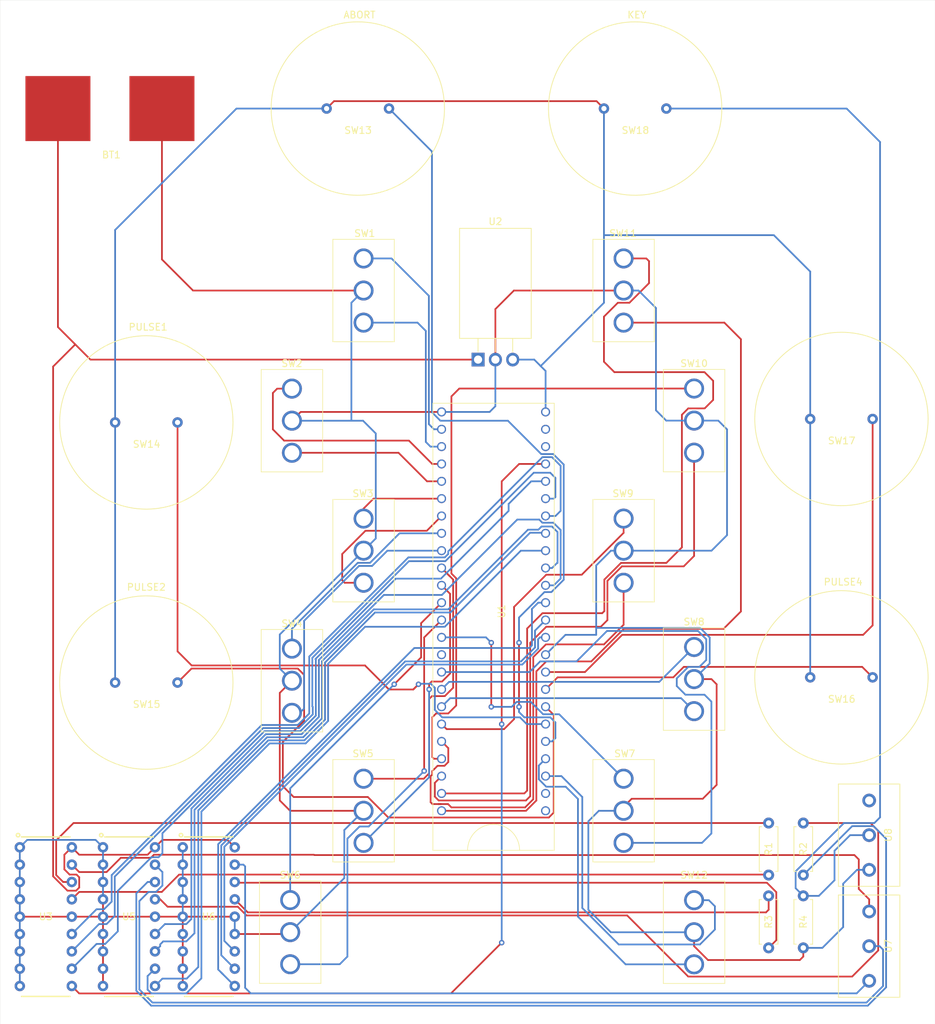
<source format=kicad_pcb>
(kicad_pcb (version 20171130) (host pcbnew "(5.1.8)-1")

  (general
    (thickness 1.6)
    (drawings 9)
    (tracks 679)
    (zones 0)
    (modules 30)
    (nets 60)
  )

  (page A4)
  (title_block
    (date 2020-09-20)
    (rev Launchbox)
    (company v01)
    (comment 4 "Author: Ankit Khandelwal")
  )

  (layers
    (0 F.Cu signal hide)
    (31 B.Cu signal)
    (32 B.Adhes user)
    (33 F.Adhes user)
    (34 B.Paste user)
    (35 F.Paste user)
    (36 B.SilkS user)
    (37 F.SilkS user)
    (38 B.Mask user)
    (39 F.Mask user)
    (40 Dwgs.User user)
    (41 Cmts.User user)
    (42 Eco1.User user)
    (43 Eco2.User user)
    (44 Edge.Cuts user)
    (45 Margin user)
    (46 B.CrtYd user)
    (47 F.CrtYd user)
    (48 B.Fab user)
    (49 F.Fab user)
  )

  (setup
    (last_trace_width 0.25)
    (trace_clearance 0.2)
    (zone_clearance 0.508)
    (zone_45_only no)
    (trace_min 0.2)
    (via_size 0.8)
    (via_drill 0.4)
    (via_min_size 0.4)
    (via_min_drill 0.3)
    (uvia_size 0.3)
    (uvia_drill 0.1)
    (uvias_allowed no)
    (uvia_min_size 0.2)
    (uvia_min_drill 0.1)
    (edge_width 0.05)
    (segment_width 0.2)
    (pcb_text_width 0.3)
    (pcb_text_size 1.5 1.5)
    (mod_edge_width 0.12)
    (mod_text_size 1 1)
    (mod_text_width 0.15)
    (pad_size 1.524 1.524)
    (pad_drill 0.762)
    (pad_to_mask_clearance 0.0508)
    (aux_axis_origin 0 0)
    (visible_elements 7FFFFFFF)
    (pcbplotparams
      (layerselection 0x010f0_ffffffff)
      (usegerberextensions false)
      (usegerberattributes false)
      (usegerberadvancedattributes false)
      (creategerberjobfile false)
      (excludeedgelayer true)
      (linewidth 0.100000)
      (plotframeref false)
      (viasonmask false)
      (mode 1)
      (useauxorigin false)
      (hpglpennumber 1)
      (hpglpenspeed 20)
      (hpglpendiameter 15.000000)
      (psnegative false)
      (psa4output false)
      (plotreference true)
      (plotvalue false)
      (plotinvisibletext false)
      (padsonsilk true)
      (subtractmaskfromsilk false)
      (outputformat 1)
      (mirror false)
      (drillshape 0)
      (scaleselection 1)
      (outputdirectory "gerbers/"))
  )

  (net 0 "")
  (net 1 GND)
  (net 2 "Net-(SW1-Pad1)")
  (net 3 "Net-(SW1-Pad3)")
  (net 4 "Net-(SW2-Pad1)")
  (net 5 "Net-(SW2-Pad3)")
  (net 6 "Net-(SW3-Pad3)")
  (net 7 "Net-(SW3-Pad1)")
  (net 8 "Net-(SW4-Pad1)")
  (net 9 "Net-(SW4-Pad3)")
  (net 10 "Net-(SW6-Pad1)")
  (net 11 "Net-(SW6-Pad3)")
  (net 12 "Net-(SW7-Pad3)")
  (net 13 "Net-(SW7-Pad1)")
  (net 14 "Net-(SW8-Pad1)")
  (net 15 "Net-(SW8-Pad3)")
  (net 16 "Net-(SW9-Pad3)")
  (net 17 "Net-(SW9-Pad1)")
  (net 18 "Net-(SW10-Pad3)")
  (net 19 "Net-(SW10-Pad1)")
  (net 20 "Net-(SW11-Pad1)")
  (net 21 "Net-(SW11-Pad3)")
  (net 22 "Net-(SW12-Pad1)")
  (net 23 "Net-(SW12-Pad3)")
  (net 24 "Net-(SW13-Pad1)")
  (net 25 "Net-(SW14-Pad2)")
  (net 26 "Net-(SW15-Pad2)")
  (net 27 "Net-(SW16-Pad2)")
  (net 28 "Net-(SW17-Pad2)")
  (net 29 "Net-(U1-Pad47)")
  (net 30 "Net-(U1-Pad33)")
  (net 31 "Net-(U1-Pad34)")
  (net 32 "Net-(U1-Pad13)")
  (net 33 "Net-(U1-Pad14)")
  (net 34 "Net-(U1-Pad15)")
  (net 35 "Net-(U1-Pad16)")
  (net 36 "Net-(U1-Pad17)")
  (net 37 "Net-(U1-Pad18)")
  (net 38 "Net-(U1-Pad19)")
  (net 39 "Net-(U1-Pad20)")
  (net 40 "Net-(U1-Pad21)")
  (net 41 "Net-(U1-Pad22)")
  (net 42 "Net-(U1-Pad23)")
  (net 43 "Net-(U1-Pad42)")
  (net 44 "Net-(U1-Pad41)")
  (net 45 "Net-(SW5-Pad1)")
  (net 46 "Net-(SW5-Pad3)")
  (net 47 "Net-(SW13-Pad2)")
  (net 48 VCC)
  (net 49 "Net-(R1-Pad2)")
  (net 50 "Net-(R1-Pad1)")
  (net 51 "Net-(R2-Pad2)")
  (net 52 "Net-(R2-Pad1)")
  (net 53 "Net-(R3-Pad2)")
  (net 54 "Net-(R3-Pad1)")
  (net 55 "Net-(R4-Pad2)")
  (net 56 "Net-(U3-Pad17)")
  (net 57 "Net-(U5-Pad17)")
  (net 58 "Net-(U6-Pad17)")
  (net 59 "Net-(U8-Pad3)")

  (net_class Default "This is the default net class."
    (clearance 0.2)
    (trace_width 0.25)
    (via_dia 0.8)
    (via_drill 0.4)
    (uvia_dia 0.3)
    (uvia_drill 0.1)
    (add_net GND)
    (add_net "Net-(R1-Pad1)")
    (add_net "Net-(R1-Pad2)")
    (add_net "Net-(R2-Pad1)")
    (add_net "Net-(R2-Pad2)")
    (add_net "Net-(R3-Pad1)")
    (add_net "Net-(R3-Pad2)")
    (add_net "Net-(R4-Pad2)")
    (add_net "Net-(SW1-Pad1)")
    (add_net "Net-(SW1-Pad3)")
    (add_net "Net-(SW10-Pad1)")
    (add_net "Net-(SW10-Pad3)")
    (add_net "Net-(SW11-Pad1)")
    (add_net "Net-(SW11-Pad3)")
    (add_net "Net-(SW12-Pad1)")
    (add_net "Net-(SW12-Pad3)")
    (add_net "Net-(SW13-Pad1)")
    (add_net "Net-(SW13-Pad2)")
    (add_net "Net-(SW14-Pad2)")
    (add_net "Net-(SW15-Pad2)")
    (add_net "Net-(SW16-Pad2)")
    (add_net "Net-(SW17-Pad2)")
    (add_net "Net-(SW2-Pad1)")
    (add_net "Net-(SW2-Pad3)")
    (add_net "Net-(SW3-Pad1)")
    (add_net "Net-(SW3-Pad3)")
    (add_net "Net-(SW4-Pad1)")
    (add_net "Net-(SW4-Pad3)")
    (add_net "Net-(SW5-Pad1)")
    (add_net "Net-(SW5-Pad3)")
    (add_net "Net-(SW6-Pad1)")
    (add_net "Net-(SW6-Pad3)")
    (add_net "Net-(SW7-Pad1)")
    (add_net "Net-(SW7-Pad3)")
    (add_net "Net-(SW8-Pad1)")
    (add_net "Net-(SW8-Pad3)")
    (add_net "Net-(SW9-Pad1)")
    (add_net "Net-(SW9-Pad3)")
    (add_net "Net-(U1-Pad13)")
    (add_net "Net-(U1-Pad14)")
    (add_net "Net-(U1-Pad15)")
    (add_net "Net-(U1-Pad16)")
    (add_net "Net-(U1-Pad17)")
    (add_net "Net-(U1-Pad18)")
    (add_net "Net-(U1-Pad19)")
    (add_net "Net-(U1-Pad20)")
    (add_net "Net-(U1-Pad21)")
    (add_net "Net-(U1-Pad22)")
    (add_net "Net-(U1-Pad23)")
    (add_net "Net-(U1-Pad33)")
    (add_net "Net-(U1-Pad34)")
    (add_net "Net-(U1-Pad41)")
    (add_net "Net-(U1-Pad42)")
    (add_net "Net-(U1-Pad47)")
    (add_net "Net-(U3-Pad17)")
    (add_net "Net-(U5-Pad17)")
    (add_net "Net-(U6-Pad17)")
    (add_net "Net-(U8-Pad3)")
    (add_net VCC)
  )

  (module Launchbox:SPDT_Slide_Switch (layer F.Cu) (tedit 6015C745) (tstamp 5F67F68E)
    (at 129.286 129.54 270)
    (path /5F606A46)
    (fp_text reference SW8 (at -8.382 0 180) (layer F.SilkS)
      (effects (font (size 1 1) (thickness 0.15)))
    )
    (fp_text value SW_SPDT_MSM (at -0.0254 -3.302 90) (layer F.Fab)
      (effects (font (size 1 1) (thickness 0.15)))
    )
    (fp_line (start -7.5 4.5) (end 7.5 4.5) (layer F.SilkS) (width 0.1016))
    (fp_line (start -7.5 4.5) (end -7.5 -4.5) (layer F.SilkS) (width 0.1016))
    (fp_line (start -7.5 -4.5) (end 7.5 -4.5) (layer F.SilkS) (width 0.1016))
    (fp_line (start 7.5 4.5) (end 7.5 -4.5) (layer F.SilkS) (width 0.1016))
    (pad 3 thru_hole circle (at 4.699 0 270) (size 2.921 2.921) (drill 2.159) (layers *.Cu *.Mask)
      (net 15 "Net-(SW8-Pad3)"))
    (pad 2 thru_hole circle (at 0 0 270) (size 2.921 2.921) (drill 2.159) (layers *.Cu *.Mask)
      (net 1 GND))
    (pad 1 thru_hole circle (at -4.699 0 270) (size 2.921 2.921) (drill 2.159) (layers *.Cu *.Mask)
      (net 14 "Net-(SW8-Pad1)"))
  )

  (module "Launchbox:Teensy 3.6" (layer F.Cu) (tedit 6015C8A4) (tstamp 601613BC)
    (at 99.905 119.619 90)
    (path /5F6324D3)
    (fp_text reference U1 (at 0 1.187 90) (layer F.SilkS)
      (effects (font (size 1 1) (thickness 0.15)))
    )
    (fp_text value Teensy3.6 (at -0.523 -1.353 90) (layer F.Fab)
      (effects (font (size 1 1) (thickness 0.15)))
    )
    (fp_line (start -35 -8.89) (end 30.48 -8.89) (layer F.SilkS) (width 0.1016))
    (fp_line (start 30.48 8.89) (end 30.48 -8.89) (layer F.SilkS) (width 0.1016))
    (fp_line (start -35 8.89) (end 30.48 8.89) (layer F.SilkS) (width 0.1016))
    (fp_line (start -35 -8.89) (end -35 8.89) (layer F.SilkS) (width 0.1016))
    (fp_arc (start -35 0) (end -35 -3.81) (angle 180) (layer F.SilkS) (width 0.1016))
    (pad 40 thru_hole circle (at 29.21 7.62 90) (size 1.3208 1.3208) (drill 0.9398) (layers *.Cu *.Mask)
      (net 24 "Net-(SW13-Pad1)"))
    (pad 41 thru_hole circle (at 26.67 7.62 90) (size 1.3208 1.3208) (drill 0.9398) (layers *.Cu *.Mask)
      (net 44 "Net-(U1-Pad41)"))
    (pad 42 thru_hole circle (at 24.13 7.62 90) (size 1.3208 1.3208) (drill 0.9398) (layers *.Cu *.Mask)
      (net 43 "Net-(U1-Pad42)"))
    (pad 23 thru_hole circle (at 21.59 7.62 90) (size 1.3208 1.3208) (drill 0.9398) (layers *.Cu *.Mask)
      (net 42 "Net-(U1-Pad23)"))
    (pad 22 thru_hole circle (at 19.05 7.62 90) (size 1.3208 1.3208) (drill 0.9398) (layers *.Cu *.Mask)
      (net 41 "Net-(U1-Pad22)"))
    (pad 21 thru_hole circle (at 16.51 7.62 90) (size 1.3208 1.3208) (drill 0.9398) (layers *.Cu *.Mask)
      (net 40 "Net-(U1-Pad21)"))
    (pad 20 thru_hole circle (at 13.97 7.62 90) (size 1.3208 1.3208) (drill 0.9398) (layers *.Cu *.Mask)
      (net 39 "Net-(U1-Pad20)"))
    (pad 19 thru_hole circle (at 11.43 7.62 90) (size 1.3208 1.3208) (drill 0.9398) (layers *.Cu *.Mask)
      (net 38 "Net-(U1-Pad19)"))
    (pad 18 thru_hole circle (at 8.89 7.62 90) (size 1.3208 1.3208) (drill 0.9398) (layers *.Cu *.Mask)
      (net 37 "Net-(U1-Pad18)"))
    (pad 17 thru_hole circle (at 6.35 7.62 90) (size 1.3208 1.3208) (drill 0.9398) (layers *.Cu *.Mask)
      (net 36 "Net-(U1-Pad17)"))
    (pad 16 thru_hole circle (at 3.81 7.62 90) (size 1.3208 1.3208) (drill 0.9398) (layers *.Cu *.Mask)
      (net 35 "Net-(U1-Pad16)"))
    (pad 15 thru_hole circle (at 1.27 7.62 90) (size 1.3208 1.3208) (drill 0.9398) (layers *.Cu *.Mask)
      (net 34 "Net-(U1-Pad15)"))
    (pad 14 thru_hole circle (at -1.27 7.62 90) (size 1.3208 1.3208) (drill 0.9398) (layers *.Cu *.Mask)
      (net 33 "Net-(U1-Pad14)"))
    (pad 13 thru_hole circle (at -3.81 7.62 90) (size 1.3208 1.3208) (drill 0.9398) (layers *.Cu *.Mask)
      (net 32 "Net-(U1-Pad13)"))
    (pad 43 thru_hole circle (at -6.35 7.62 90) (size 1.3208 1.3208) (drill 0.9398) (layers *.Cu *.Mask)
      (net 1 GND))
    (pad 44 thru_hole circle (at -8.89 7.62 90) (size 1.3208 1.3208) (drill 0.9398) (layers *.Cu *.Mask)
      (net 28 "Net-(SW17-Pad2)"))
    (pad 45 thru_hole circle (at -11.43 7.62 90) (size 1.3208 1.3208) (drill 0.9398) (layers *.Cu *.Mask)
      (net 27 "Net-(SW16-Pad2)"))
    (pad 39 thru_hole circle (at -13.97 7.62 90) (size 1.3208 1.3208) (drill 0.9398) (layers *.Cu *.Mask)
      (net 26 "Net-(SW15-Pad2)"))
    (pad 38 thru_hole circle (at -16.51 7.62 90) (size 1.3208 1.3208) (drill 0.9398) (layers *.Cu *.Mask)
      (net 25 "Net-(SW14-Pad2)"))
    (pad 37 thru_hole circle (at -19.05 7.62 90) (size 1.3208 1.3208) (drill 0.9398) (layers *.Cu *.Mask)
      (net 47 "Net-(SW13-Pad2)"))
    (pad 36 thru_hole circle (at -21.59 7.62 90) (size 1.3208 1.3208) (drill 0.9398) (layers *.Cu *.Mask)
      (net 23 "Net-(SW12-Pad3)"))
    (pad 35 thru_hole circle (at -24.13 7.62 90) (size 1.3208 1.3208) (drill 0.9398) (layers *.Cu *.Mask)
      (net 22 "Net-(SW12-Pad1)"))
    (pad 34 thru_hole circle (at -26.67 7.62 90) (size 1.3208 1.3208) (drill 0.9398) (layers *.Cu *.Mask)
      (net 31 "Net-(U1-Pad34)"))
    (pad 33 thru_hole circle (at -29.21 7.62 90) (size 1.3208 1.3208) (drill 0.9398) (layers *.Cu *.Mask)
      (net 30 "Net-(U1-Pad33)"))
    (pad 46 thru_hole circle (at 29.21 -7.62 90) (size 1.3208 1.3208) (drill 0.9398) (layers *.Cu *.Mask)
      (net 1 GND))
    (pad 0 thru_hole circle (at 26.67 -7.62 90) (size 1.3208 1.3208) (drill 0.9398) (layers *.Cu *.Mask)
      (net 2 "Net-(SW1-Pad1)"))
    (pad 1 thru_hole circle (at 24.13 -7.62 90) (size 1.3208 1.3208) (drill 0.9398) (layers *.Cu *.Mask)
      (net 3 "Net-(SW1-Pad3)"))
    (pad 2 thru_hole circle (at 21.59 -7.62 90) (size 1.3208 1.3208) (drill 0.9398) (layers *.Cu *.Mask)
      (net 4 "Net-(SW2-Pad1)"))
    (pad 3 thru_hole circle (at 19.05 -7.62 90) (size 1.3208 1.3208) (drill 0.9398) (layers *.Cu *.Mask)
      (net 5 "Net-(SW2-Pad3)"))
    (pad 4 thru_hole circle (at 16.51 -7.62 90) (size 1.3208 1.3208) (drill 0.9398) (layers *.Cu *.Mask)
      (net 7 "Net-(SW3-Pad1)"))
    (pad 5 thru_hole circle (at 13.97 -7.62 90) (size 1.3208 1.3208) (drill 0.9398) (layers *.Cu *.Mask)
      (net 6 "Net-(SW3-Pad3)"))
    (pad 6 thru_hole circle (at 11.43 -7.62 90) (size 1.3208 1.3208) (drill 0.9398) (layers *.Cu *.Mask)
      (net 8 "Net-(SW4-Pad1)"))
    (pad 7 thru_hole circle (at 8.89 -7.62 90) (size 1.3208 1.3208) (drill 0.9398) (layers *.Cu *.Mask)
      (net 9 "Net-(SW4-Pad3)"))
    (pad 8 thru_hole circle (at 6.35 -7.62 90) (size 1.3208 1.3208) (drill 0.9398) (layers *.Cu *.Mask)
      (net 45 "Net-(SW5-Pad1)"))
    (pad 9 thru_hole circle (at 3.81 -7.62 90) (size 1.3208 1.3208) (drill 0.9398) (layers *.Cu *.Mask)
      (net 46 "Net-(SW5-Pad3)"))
    (pad 10 thru_hole circle (at 1.27 -7.62 90) (size 1.3208 1.3208) (drill 0.9398) (layers *.Cu *.Mask)
      (net 10 "Net-(SW6-Pad1)"))
    (pad 11 thru_hole circle (at -1.27 -7.62 90) (size 1.3208 1.3208) (drill 0.9398) (layers *.Cu *.Mask)
      (net 11 "Net-(SW6-Pad3)"))
    (pad 12 thru_hole circle (at -3.81 -7.62 90) (size 1.3208 1.3208) (drill 0.9398) (layers *.Cu *.Mask)
      (net 13 "Net-(SW7-Pad1)"))
    (pad 47 thru_hole circle (at -6.35 -7.62 90) (size 1.3208 1.3208) (drill 0.9398) (layers *.Cu *.Mask)
      (net 29 "Net-(U1-Pad47)"))
    (pad 24 thru_hole circle (at -8.89 -7.62 90) (size 1.3208 1.3208) (drill 0.9398) (layers *.Cu *.Mask)
      (net 12 "Net-(SW7-Pad3)"))
    (pad 25 thru_hole circle (at -11.43 -7.62 90) (size 1.3208 1.3208) (drill 0.9398) (layers *.Cu *.Mask)
      (net 14 "Net-(SW8-Pad1)"))
    (pad 26 thru_hole circle (at -13.97 -7.62 90) (size 1.3208 1.3208) (drill 0.9398) (layers *.Cu *.Mask)
      (net 15 "Net-(SW8-Pad3)"))
    (pad 27 thru_hole circle (at -16.51 -7.62 90) (size 1.3208 1.3208) (drill 0.9398) (layers *.Cu *.Mask)
      (net 17 "Net-(SW9-Pad1)"))
    (pad 28 thru_hole circle (at -19.05 -7.62 90) (size 1.3208 1.3208) (drill 0.9398) (layers *.Cu *.Mask)
      (net 16 "Net-(SW9-Pad3)"))
    (pad 29 thru_hole circle (at -21.59 -7.62 90) (size 1.3208 1.3208) (drill 0.9398) (layers *.Cu *.Mask)
      (net 19 "Net-(SW10-Pad1)"))
    (pad 30 thru_hole circle (at -24.13 -7.62 90) (size 1.3208 1.3208) (drill 0.9398) (layers *.Cu *.Mask)
      (net 18 "Net-(SW10-Pad3)"))
    (pad 31 thru_hole circle (at -26.67 -7.62 90) (size 1.3208 1.3208) (drill 0.9398) (layers *.Cu *.Mask)
      (net 20 "Net-(SW11-Pad1)"))
    (pad 32 thru_hole circle (at -29.21 -7.62 90) (size 1.3208 1.3208) (drill 0.9398) (layers *.Cu *.Mask)
      (net 21 "Net-(SW11-Pad3)"))
  )

  (module Launchbox:HT12E (layer F.Cu) (tedit 60156723) (tstamp 601620A7)
    (at 58.166 164.338 270)
    (path /6039DE46)
    (fp_text reference U6 (at 0 0 180) (layer F.SilkS)
      (effects (font (size 1 1) (thickness 0.15)))
    )
    (fp_text value HT12E (at 1.778 -0.254 180) (layer F.Fab)
      (effects (font (size 1 1) (thickness 0.15)))
    )
    (fp_circle (center -11.938 4.064) (end -11.684 4.064) (layer F.SilkS) (width 0.2032))
    (fp_line (start 11.684 -3.556) (end 11.684 3.556) (layer F.SilkS) (width 0.2032))
    (fp_line (start -11.684 -3.556) (end -11.684 3.556) (layer F.SilkS) (width 0.2032))
    (fp_line (start 11.684 -3.556) (end -11.684 -3.556) (layer F.Fab) (width 0.1016))
    (fp_line (start 11.684 3.556) (end -11.684 3.556) (layer F.Fab) (width 0.1016))
    (fp_line (start -11.684 3.556) (end -11.684 -3.556) (layer F.Fab) (width 0.1016))
    (fp_line (start 11.684 3.556) (end 11.684 -3.556) (layer F.Fab) (width 0.1016))
    (fp_arc (start -11.684 0) (end -11.684 -1.27) (angle 180) (layer F.Fab) (width 0.1016))
    (pad 17 thru_hole circle (at -7.62 -3.81 270) (size 1.524 1.524) (drill 0.762) (layers *.Cu *.Mask)
      (net 58 "Net-(U6-Pad17)"))
    (pad 12 thru_hole circle (at 5.08 -3.81 270) (size 1.524 1.524) (drill 0.762) (layers *.Cu *.Mask)
      (net 32 "Net-(U1-Pad13)"))
    (pad 11 thru_hole circle (at 7.62 -3.81 270) (size 1.524 1.524) (drill 0.762) (layers *.Cu *.Mask)
      (net 33 "Net-(U1-Pad14)"))
    (pad 18 thru_hole circle (at -10.16 -3.81 270) (size 1.524 1.524) (drill 0.762) (layers *.Cu *.Mask)
      (net 48 VCC))
    (pad 16 thru_hole circle (at -5.08 -3.81 270) (size 1.524 1.524) (drill 0.762) (layers *.Cu *.Mask)
      (net 54 "Net-(R3-Pad1)"))
    (pad 13 thru_hole circle (at 2.54 -3.81 270) (size 1.524 1.524) (drill 0.762) (layers *.Cu *.Mask)
      (net 1 GND))
    (pad 14 thru_hole circle (at 0 -3.81 270) (size 1.524 1.524) (drill 0.762) (layers *.Cu *.Mask)
      (net 1 GND))
    (pad 15 thru_hole circle (at -2.54 -3.81 270) (size 1.524 1.524) (drill 0.762) (layers *.Cu *.Mask)
      (net 53 "Net-(R3-Pad2)"))
    (pad 10 thru_hole circle (at 10.16 -3.81 270) (size 1.524 1.524) (drill 0.762) (layers *.Cu *.Mask)
      (net 34 "Net-(U1-Pad15)"))
    (pad 9 thru_hole circle (at 10.16 3.81 270) (size 1.524 1.524) (drill 0.762) (layers *.Cu *.Mask)
      (net 1 GND))
    (pad 8 thru_hole circle (at 7.62 3.81 270) (size 1.524 1.524) (drill 0.762) (layers *.Cu *.Mask)
      (net 1 GND))
    (pad 7 thru_hole circle (at 5.08 3.81 270) (size 1.524 1.524) (drill 0.762) (layers *.Cu *.Mask)
      (net 1 GND))
    (pad 6 thru_hole circle (at 2.54 3.81 270) (size 1.524 1.524) (drill 0.762) (layers *.Cu *.Mask)
      (net 1 GND))
    (pad 5 thru_hole circle (at 0 3.81 270) (size 1.524 1.524) (drill 0.762) (layers *.Cu *.Mask)
      (net 1 GND))
    (pad 4 thru_hole circle (at -2.54 3.81 270) (size 1.524 1.524) (drill 0.762) (layers *.Cu *.Mask)
      (net 1 GND))
    (pad 3 thru_hole circle (at -5.08 3.81 270) (size 1.524 1.524) (drill 0.762) (layers *.Cu *.Mask)
      (net 1 GND))
    (pad 2 thru_hole circle (at -7.62 3.81 270) (size 1.524 1.524) (drill 0.762) (layers *.Cu *.Mask)
      (net 1 GND))
    (pad 1 thru_hole circle (at -10.16 3.81 270) (size 1.524 1.524) (drill 0.762) (layers *.Cu *.Mask)
      (net 1 GND))
  )

  (module Launchbox:SPDT_Slide_Switch (layer F.Cu) (tedit 6015C745) (tstamp 5F67F69A)
    (at 118.955 110.729 270)
    (path /5F605C35)
    (fp_text reference SW9 (at -8.367 0.083 180) (layer F.SilkS)
      (effects (font (size 1 1) (thickness 0.15)))
    )
    (fp_text value SW_SPDT_MSM (at -0.0254 -3.219 90) (layer F.Fab)
      (effects (font (size 1 1) (thickness 0.15)))
    )
    (fp_line (start -7.5 4.5) (end 7.5 4.5) (layer F.SilkS) (width 0.1016))
    (fp_line (start -7.5 4.5) (end -7.5 -4.5) (layer F.SilkS) (width 0.1016))
    (fp_line (start -7.5 -4.5) (end 7.5 -4.5) (layer F.SilkS) (width 0.1016))
    (fp_line (start 7.5 4.5) (end 7.5 -4.5) (layer F.SilkS) (width 0.1016))
    (pad 3 thru_hole circle (at 4.699 0 270) (size 2.921 2.921) (drill 2.159) (layers *.Cu *.Mask)
      (net 16 "Net-(SW9-Pad3)"))
    (pad 2 thru_hole circle (at 0 0 270) (size 2.921 2.921) (drill 2.159) (layers *.Cu *.Mask)
      (net 1 GND))
    (pad 1 thru_hole circle (at -4.699 0 270) (size 2.921 2.921) (drill 2.159) (layers *.Cu *.Mask)
      (net 17 "Net-(SW9-Pad1)"))
  )

  (module Launchbox:SPDT_Slide_Switch (layer F.Cu) (tedit 6015C745) (tstamp 5F67F682)
    (at 118.955 148.829 270)
    (path /5F607311)
    (fp_text reference SW7 (at -8.367 -0.171 180) (layer F.SilkS)
      (effects (font (size 1 1) (thickness 0.15)))
    )
    (fp_text value SW_SPDT_MSM (at 0.015 -3.219 90) (layer F.Fab)
      (effects (font (size 1 1) (thickness 0.15)))
    )
    (fp_line (start -7.5 4.5) (end 7.5 4.5) (layer F.SilkS) (width 0.1016))
    (fp_line (start -7.5 4.5) (end -7.5 -4.5) (layer F.SilkS) (width 0.1016))
    (fp_line (start -7.5 -4.5) (end 7.5 -4.5) (layer F.SilkS) (width 0.1016))
    (fp_line (start 7.5 4.5) (end 7.5 -4.5) (layer F.SilkS) (width 0.1016))
    (pad 3 thru_hole circle (at 4.699 0 270) (size 2.921 2.921) (drill 2.159) (layers *.Cu *.Mask)
      (net 12 "Net-(SW7-Pad3)"))
    (pad 2 thru_hole circle (at 0 0 270) (size 2.921 2.921) (drill 2.159) (layers *.Cu *.Mask)
      (net 1 GND))
    (pad 1 thru_hole circle (at -4.699 0 270) (size 2.921 2.921) (drill 2.159) (layers *.Cu *.Mask)
      (net 13 "Net-(SW7-Pad1)"))
  )

  (module Launchbox:ScrewTerminals (layer F.Cu) (tedit 60161A8B) (tstamp 6015CE63)
    (at 154.94 152.4 90)
    (path /60190F41)
    (fp_text reference U8 (at 0.02 2.794 90) (layer F.SilkS)
      (effects (font (size 1 1) (thickness 0.15)))
    )
    (fp_text value SerialScrewTerminals (at 0 -2.032 90) (layer F.Fab)
      (effects (font (size 1 1) (thickness 0.15)))
    )
    (fp_line (start -7.493 4.5) (end 7.493 4.5) (layer F.SilkS) (width 0.12))
    (fp_line (start -7.493 4.5) (end -7.493 -4.5) (layer F.SilkS) (width 0.12))
    (fp_line (start -7.493 -4.5) (end 7.493 -4.5) (layer F.SilkS) (width 0.12))
    (fp_line (start 7.493 4.5) (end 7.493 -4.5) (layer F.SilkS) (width 0.12))
    (pad 3 thru_hole circle (at 5.08 0 90) (size 2 2) (drill 1.2) (layers *.Cu *.Mask)
      (net 59 "Net-(U8-Pad3)"))
    (pad 2 thru_hole circle (at 0 0 90) (size 2 2) (drill 1.2) (layers *.Cu *.Mask)
      (net 55 "Net-(R4-Pad2)"))
    (pad 1 thru_hole circle (at -5.08 0 90) (size 2 2) (drill 1.2) (layers *.Cu *.Mask)
      (net 1 GND))
  )

  (module Launchbox:SPDT_Slide_Switch (layer F.Cu) (tedit 6015C745) (tstamp 60161910)
    (at 80.855 110.729 270)
    (path /5F605329)
    (fp_text reference SW3 (at -8.367 0.083 180) (layer F.SilkS)
      (effects (font (size 1 1) (thickness 0.15)))
    )
    (fp_text value SW_SPDT_MSM (at -0.0254 -3.219 90) (layer F.Fab)
      (effects (font (size 1 1) (thickness 0.15)))
    )
    (fp_line (start -7.5 4.5) (end 7.5 4.5) (layer F.SilkS) (width 0.1016))
    (fp_line (start -7.5 4.5) (end -7.5 -4.5) (layer F.SilkS) (width 0.1016))
    (fp_line (start -7.5 -4.5) (end 7.5 -4.5) (layer F.SilkS) (width 0.1016))
    (fp_line (start 7.5 4.5) (end 7.5 -4.5) (layer F.SilkS) (width 0.1016))
    (pad 3 thru_hole circle (at 4.699 0 270) (size 2.921 2.921) (drill 2.159) (layers *.Cu *.Mask)
      (net 6 "Net-(SW3-Pad3)"))
    (pad 2 thru_hole circle (at 0 0 270) (size 2.921 2.921) (drill 2.159) (layers *.Cu *.Mask)
      (net 1 GND))
    (pad 1 thru_hole circle (at -4.699 0 270) (size 2.921 2.921) (drill 2.159) (layers *.Cu *.Mask)
      (net 7 "Net-(SW3-Pad1)"))
  )

  (module Launchbox:SPDT_Slide_Switch (layer F.Cu) (tedit 6015C745) (tstamp 60161981)
    (at 80.855 148.829 270)
    (path /5F649AFA)
    (fp_text reference SW5 (at -8.367 0.083 180) (layer F.SilkS)
      (effects (font (size 1 1) (thickness 0.15)))
    )
    (fp_text value SW_SPDT_MSM (at -0.0254 -2.965 90) (layer F.Fab)
      (effects (font (size 1 1) (thickness 0.15)))
    )
    (fp_line (start -7.5 4.5) (end 7.5 4.5) (layer F.SilkS) (width 0.1016))
    (fp_line (start -7.5 4.5) (end -7.5 -4.5) (layer F.SilkS) (width 0.1016))
    (fp_line (start -7.5 -4.5) (end 7.5 -4.5) (layer F.SilkS) (width 0.1016))
    (fp_line (start 7.5 4.5) (end 7.5 -4.5) (layer F.SilkS) (width 0.1016))
    (pad 3 thru_hole circle (at 4.699 0 270) (size 2.921 2.921) (drill 2.159) (layers *.Cu *.Mask)
      (net 46 "Net-(SW5-Pad3)"))
    (pad 2 thru_hole circle (at 0 0 270) (size 2.921 2.921) (drill 2.159) (layers *.Cu *.Mask)
      (net 1 GND))
    (pad 1 thru_hole circle (at -4.699 0 270) (size 2.921 2.921) (drill 2.159) (layers *.Cu *.Mask)
      (net 45 "Net-(SW5-Pad1)"))
  )

  (module Launchbox:ScrewTerminals (layer F.Cu) (tedit 60161A8B) (tstamp 60162ACF)
    (at 154.94 168.656 90)
    (path /60171D48)
    (fp_text reference U7 (at 0.02 2.794 90) (layer F.SilkS)
      (effects (font (size 1 1) (thickness 0.15)))
    )
    (fp_text value SerialScrewTerminals (at 0 -2.032 90) (layer F.Fab)
      (effects (font (size 1 1) (thickness 0.15)))
    )
    (fp_line (start -7.493 4.5) (end 7.493 4.5) (layer F.SilkS) (width 0.12))
    (fp_line (start -7.493 4.5) (end -7.493 -4.5) (layer F.SilkS) (width 0.12))
    (fp_line (start -7.493 -4.5) (end 7.493 -4.5) (layer F.SilkS) (width 0.12))
    (fp_line (start 7.493 4.5) (end 7.493 -4.5) (layer F.SilkS) (width 0.12))
    (pad 3 thru_hole circle (at 5.08 0 90) (size 2 2) (drill 1.2) (layers *.Cu *.Mask)
      (net 56 "Net-(U3-Pad17)"))
    (pad 2 thru_hole circle (at 0 0 90) (size 2 2) (drill 1.2) (layers *.Cu *.Mask)
      (net 57 "Net-(U5-Pad17)"))
    (pad 1 thru_hole circle (at -5.08 0 90) (size 2 2) (drill 1.2) (layers *.Cu *.Mask)
      (net 58 "Net-(U6-Pad17)"))
  )

  (module Launchbox:Pushbutton (layer F.Cu) (tedit 6015C428) (tstamp 5F68065E)
    (at 49.022 91.948)
    (path /5F6D856D)
    (fp_text reference SW14 (at 0.04064 3.19024) (layer F.SilkS)
      (effects (font (size 1 1) (thickness 0.15)))
    )
    (fp_text value SW_Push (at 0.0254 -3.6068) (layer F.Fab)
      (effects (font (size 1 1) (thickness 0.15)))
    )
    (fp_circle (center 0 0) (end 12.7 0) (layer F.SilkS) (width 0.12))
    (pad 2 thru_hole circle (at 4.572 0) (size 1.524 1.524) (drill 0.762) (layers *.Cu *.Mask)
      (net 25 "Net-(SW14-Pad2)"))
    (pad 1 thru_hole circle (at -4.572 0) (size 1.524 1.524) (drill 0.762) (layers *.Cu *.Mask)
      (net 24 "Net-(SW13-Pad1)"))
  )

  (module Launchbox:Pushbutton (layer F.Cu) (tedit 6015C428) (tstamp 60161C37)
    (at 80.01 45.974)
    (path /5F6D38A1)
    (fp_text reference SW13 (at 0.04064 3.19024) (layer F.SilkS)
      (effects (font (size 1 1) (thickness 0.15)))
    )
    (fp_text value SW_Push (at 0.0254 -3.6068) (layer F.Fab)
      (effects (font (size 1 1) (thickness 0.15)))
    )
    (fp_circle (center 0 0) (end 12.7 0) (layer F.SilkS) (width 0.12))
    (pad 2 thru_hole circle (at 4.572 0) (size 1.524 1.524) (drill 0.762) (layers *.Cu *.Mask)
      (net 47 "Net-(SW13-Pad2)"))
    (pad 1 thru_hole circle (at -4.572 0) (size 1.524 1.524) (drill 0.762) (layers *.Cu *.Mask)
      (net 24 "Net-(SW13-Pad1)"))
  )

  (module Launchbox:SPDT_Slide_Switch (layer F.Cu) (tedit 6015C745) (tstamp 60161072)
    (at 70.358 91.694 270)
    (path /5F604B92)
    (fp_text reference SW2 (at -8.382 0 180) (layer F.SilkS)
      (effects (font (size 1 1) (thickness 0.15)))
    )
    (fp_text value SW_SPDT_MSM (at 0 -3.302 90) (layer F.Fab)
      (effects (font (size 1 1) (thickness 0.15)))
    )
    (fp_line (start -7.5 4.5) (end 7.5 4.5) (layer F.SilkS) (width 0.1016))
    (fp_line (start -7.5 4.5) (end -7.5 -4.5) (layer F.SilkS) (width 0.1016))
    (fp_line (start -7.5 -4.5) (end 7.5 -4.5) (layer F.SilkS) (width 0.1016))
    (fp_line (start 7.5 4.5) (end 7.5 -4.5) (layer F.SilkS) (width 0.1016))
    (pad 3 thru_hole circle (at 4.699 0 270) (size 2.921 2.921) (drill 2.159) (layers *.Cu *.Mask)
      (net 5 "Net-(SW2-Pad3)"))
    (pad 2 thru_hole circle (at 0 0 270) (size 2.921 2.921) (drill 2.159) (layers *.Cu *.Mask)
      (net 1 GND))
    (pad 1 thru_hole circle (at -4.699 0 270) (size 2.921 2.921) (drill 2.159) (layers *.Cu *.Mask)
      (net 4 "Net-(SW2-Pad1)"))
  )

  (module Launchbox:SPDT_Slide_Switch (layer F.Cu) (tedit 6015C745) (tstamp 5F67F6A6)
    (at 129.286 91.679 270)
    (path /5F606277)
    (fp_text reference SW10 (at -8.367 0 180) (layer F.SilkS)
      (effects (font (size 1 1) (thickness 0.15)))
    )
    (fp_text value SW_SPDT_MSM (at 0.269 -3.302 90) (layer F.Fab)
      (effects (font (size 1 1) (thickness 0.15)))
    )
    (fp_line (start -7.5 4.5) (end 7.5 4.5) (layer F.SilkS) (width 0.1016))
    (fp_line (start -7.5 4.5) (end -7.5 -4.5) (layer F.SilkS) (width 0.1016))
    (fp_line (start -7.5 -4.5) (end 7.5 -4.5) (layer F.SilkS) (width 0.1016))
    (fp_line (start 7.5 4.5) (end 7.5 -4.5) (layer F.SilkS) (width 0.1016))
    (pad 3 thru_hole circle (at 4.699 0 270) (size 2.921 2.921) (drill 2.159) (layers *.Cu *.Mask)
      (net 18 "Net-(SW10-Pad3)"))
    (pad 2 thru_hole circle (at 0 0 270) (size 2.921 2.921) (drill 2.159) (layers *.Cu *.Mask)
      (net 1 GND))
    (pad 1 thru_hole circle (at -4.699 0 270) (size 2.921 2.921) (drill 2.159) (layers *.Cu *.Mask)
      (net 19 "Net-(SW10-Pad1)"))
  )

  (module Launchbox:Pushbutton (layer F.Cu) (tedit 6015C428) (tstamp 60161C5C)
    (at 120.65 45.974)
    (path /60343190)
    (fp_text reference SW18 (at 0.04064 3.19024) (layer F.SilkS)
      (effects (font (size 1 1) (thickness 0.15)))
    )
    (fp_text value SW_Push (at 0.0254 -3.6068) (layer F.Fab)
      (effects (font (size 1 1) (thickness 0.15)))
    )
    (fp_circle (center 0 0) (end 12.7 0) (layer F.SilkS) (width 0.12))
    (pad 2 thru_hole circle (at 4.572 0) (size 1.524 1.524) (drill 0.762) (layers *.Cu *.Mask)
      (net 55 "Net-(R4-Pad2)"))
    (pad 1 thru_hole circle (at -4.572 0) (size 1.524 1.524) (drill 0.762) (layers *.Cu *.Mask)
      (net 24 "Net-(SW13-Pad1)"))
  )

  (module Launchbox:SPDT_Slide_Switch (layer F.Cu) (tedit 6015C745) (tstamp 5F68120C)
    (at 70.358 129.779 270)
    (path /5F605654)
    (fp_text reference SW4 (at -8.367 0 180) (layer F.SilkS)
      (effects (font (size 1 1) (thickness 0.15)))
    )
    (fp_text value SW_SPDT_MSM (at 0.015 -3.302 90) (layer F.Fab)
      (effects (font (size 1 1) (thickness 0.15)))
    )
    (fp_line (start -7.5 4.5) (end 7.5 4.5) (layer F.SilkS) (width 0.1016))
    (fp_line (start -7.5 4.5) (end -7.5 -4.5) (layer F.SilkS) (width 0.1016))
    (fp_line (start -7.5 -4.5) (end 7.5 -4.5) (layer F.SilkS) (width 0.1016))
    (fp_line (start 7.5 4.5) (end 7.5 -4.5) (layer F.SilkS) (width 0.1016))
    (pad 3 thru_hole circle (at 4.699 0 270) (size 2.921 2.921) (drill 2.159) (layers *.Cu *.Mask)
      (net 9 "Net-(SW4-Pad3)"))
    (pad 2 thru_hole circle (at 0 0 270) (size 2.921 2.921) (drill 2.159) (layers *.Cu *.Mask)
      (net 1 GND))
    (pad 1 thru_hole circle (at -4.699 0 270) (size 2.921 2.921) (drill 2.159) (layers *.Cu *.Mask)
      (net 8 "Net-(SW4-Pad1)"))
  )

  (module Launchbox:Pushbutton (layer F.Cu) (tedit 6015C428) (tstamp 5F680CE5)
    (at 150.876 129.286)
    (path /5F6D9158)
    (fp_text reference SW16 (at 0.04064 3.19024) (layer F.SilkS)
      (effects (font (size 1 1) (thickness 0.15)))
    )
    (fp_text value SW_Push (at 0.0254 -3.6068) (layer F.Fab)
      (effects (font (size 1 1) (thickness 0.15)))
    )
    (fp_circle (center 0 0) (end 12.7 0) (layer F.SilkS) (width 0.12))
    (pad 2 thru_hole circle (at 4.572 0) (size 1.524 1.524) (drill 0.762) (layers *.Cu *.Mask)
      (net 27 "Net-(SW16-Pad2)"))
    (pad 1 thru_hole circle (at -4.572 0) (size 1.524 1.524) (drill 0.762) (layers *.Cu *.Mask)
      (net 24 "Net-(SW13-Pad1)"))
  )

  (module Launchbox:Pushbutton (layer F.Cu) (tedit 6015C428) (tstamp 5F67F6D0)
    (at 49.022 130.048)
    (path /5F6D7EE9)
    (fp_text reference SW15 (at 0.04064 3.19024) (layer F.SilkS)
      (effects (font (size 1 1) (thickness 0.15)))
    )
    (fp_text value SW_Push (at 0.0254 -3.6068) (layer F.Fab)
      (effects (font (size 1 1) (thickness 0.15)))
    )
    (fp_circle (center 0 0) (end 12.7 0) (layer F.SilkS) (width 0.12))
    (pad 2 thru_hole circle (at 4.572 0) (size 1.524 1.524) (drill 0.762) (layers *.Cu *.Mask)
      (net 26 "Net-(SW15-Pad2)"))
    (pad 1 thru_hole circle (at -4.572 0) (size 1.524 1.524) (drill 0.762) (layers *.Cu *.Mask)
      (net 24 "Net-(SW13-Pad1)"))
  )

  (module Launchbox:SPDT_Slide_Switch (layer F.Cu) (tedit 6015C745) (tstamp 601616DE)
    (at 129.286 166.624 270)
    (path /5F64B120)
    (fp_text reference SW12 (at -8.382 0 180) (layer F.SilkS)
      (effects (font (size 1 1) (thickness 0.15)))
    )
    (fp_text value SW_SPDT_MSM (at -0.0254 -3.048 90) (layer F.Fab)
      (effects (font (size 1 1) (thickness 0.15)))
    )
    (fp_line (start -7.5 4.5) (end 7.5 4.5) (layer F.SilkS) (width 0.1016))
    (fp_line (start -7.5 4.5) (end -7.5 -4.5) (layer F.SilkS) (width 0.1016))
    (fp_line (start -7.5 -4.5) (end 7.5 -4.5) (layer F.SilkS) (width 0.1016))
    (fp_line (start 7.5 4.5) (end 7.5 -4.5) (layer F.SilkS) (width 0.1016))
    (pad 3 thru_hole circle (at 4.699 0 270) (size 2.921 2.921) (drill 2.159) (layers *.Cu *.Mask)
      (net 23 "Net-(SW12-Pad3)"))
    (pad 2 thru_hole circle (at 0 0 270) (size 2.921 2.921) (drill 2.159) (layers *.Cu *.Mask)
      (net 1 GND))
    (pad 1 thru_hole circle (at -4.699 0 270) (size 2.921 2.921) (drill 2.159) (layers *.Cu *.Mask)
      (net 22 "Net-(SW12-Pad1)"))
  )

  (module Resistor_THT:R_Axial_DIN0207_L6.3mm_D2.5mm_P7.62mm_Horizontal (layer F.Cu) (tedit 5AE5139B) (tstamp 60162735)
    (at 145.288 158.242 90)
    (descr "Resistor, Axial_DIN0207 series, Axial, Horizontal, pin pitch=7.62mm, 0.25W = 1/4W, length*diameter=6.3*2.5mm^2, http://cdn-reichelt.de/documents/datenblatt/B400/1_4W%23YAG.pdf")
    (tags "Resistor Axial_DIN0207 series Axial Horizontal pin pitch 7.62mm 0.25W = 1/4W length 6.3mm diameter 2.5mm")
    (path /6023ECFC)
    (fp_text reference R2 (at 3.81 0 90) (layer F.SilkS)
      (effects (font (size 1 1) (thickness 0.15)))
    )
    (fp_text value R_US (at 3.81 2.37 90) (layer F.Fab)
      (effects (font (size 1 1) (thickness 0.15)))
    )
    (fp_line (start 8.67 -1.5) (end -1.05 -1.5) (layer F.CrtYd) (width 0.05))
    (fp_line (start 8.67 1.5) (end 8.67 -1.5) (layer F.CrtYd) (width 0.05))
    (fp_line (start -1.05 1.5) (end 8.67 1.5) (layer F.CrtYd) (width 0.05))
    (fp_line (start -1.05 -1.5) (end -1.05 1.5) (layer F.CrtYd) (width 0.05))
    (fp_line (start 7.08 1.37) (end 7.08 1.04) (layer F.SilkS) (width 0.12))
    (fp_line (start 0.54 1.37) (end 7.08 1.37) (layer F.SilkS) (width 0.12))
    (fp_line (start 0.54 1.04) (end 0.54 1.37) (layer F.SilkS) (width 0.12))
    (fp_line (start 7.08 -1.37) (end 7.08 -1.04) (layer F.SilkS) (width 0.12))
    (fp_line (start 0.54 -1.37) (end 7.08 -1.37) (layer F.SilkS) (width 0.12))
    (fp_line (start 0.54 -1.04) (end 0.54 -1.37) (layer F.SilkS) (width 0.12))
    (fp_line (start 7.62 0) (end 6.96 0) (layer F.Fab) (width 0.1))
    (fp_line (start 0 0) (end 0.66 0) (layer F.Fab) (width 0.1))
    (fp_line (start 6.96 -1.25) (end 0.66 -1.25) (layer F.Fab) (width 0.1))
    (fp_line (start 6.96 1.25) (end 6.96 -1.25) (layer F.Fab) (width 0.1))
    (fp_line (start 0.66 1.25) (end 6.96 1.25) (layer F.Fab) (width 0.1))
    (fp_line (start 0.66 -1.25) (end 0.66 1.25) (layer F.Fab) (width 0.1))
    (fp_text user %R (at 3.81 0 90) (layer F.Fab)
      (effects (font (size 1 1) (thickness 0.15)))
    )
    (pad 2 thru_hole oval (at 7.62 0 90) (size 1.6 1.6) (drill 0.8) (layers *.Cu *.Mask)
      (net 51 "Net-(R2-Pad2)"))
    (pad 1 thru_hole circle (at 0 0 90) (size 1.6 1.6) (drill 0.8) (layers *.Cu *.Mask)
      (net 52 "Net-(R2-Pad1)"))
    (model ${KISYS3DMOD}/Resistor_THT.3dshapes/R_Axial_DIN0207_L6.3mm_D2.5mm_P7.62mm_Horizontal.wrl
      (at (xyz 0 0 0))
      (scale (xyz 1 1 1))
      (rotate (xyz 0 0 0))
    )
  )

  (module Package_TO_SOT_THT:TO-220F-3_Horizontal_TabDown (layer F.Cu) (tedit 5AC8BA0D) (tstamp 5F67F735)
    (at 97.63 82.744)
    (descr "TO-220F-3, Horizontal, RM 2.54mm, see http://www.st.com/resource/en/datasheet/stp20nm60.pdf")
    (tags "TO-220F-3 Horizontal RM 2.54mm")
    (path /5F667F69)
    (fp_text reference U2 (at 2.54 -20.22) (layer F.SilkS)
      (effects (font (size 1 1) (thickness 0.15)))
    )
    (fp_text value L7805 (at 2.54 2) (layer F.Fab)
      (effects (font (size 1 1) (thickness 0.15)))
    )
    (fp_circle (center 2.54 -15.8) (end 4.39 -15.8) (layer F.Fab) (width 0.1))
    (fp_line (start -2.59 -12.42) (end -2.59 -19.1) (layer F.Fab) (width 0.1))
    (fp_line (start -2.59 -19.1) (end 7.67 -19.1) (layer F.Fab) (width 0.1))
    (fp_line (start 7.67 -19.1) (end 7.67 -12.42) (layer F.Fab) (width 0.1))
    (fp_line (start 7.67 -12.42) (end -2.59 -12.42) (layer F.Fab) (width 0.1))
    (fp_line (start -2.59 -3.23) (end -2.59 -12.42) (layer F.Fab) (width 0.1))
    (fp_line (start -2.59 -12.42) (end 7.67 -12.42) (layer F.Fab) (width 0.1))
    (fp_line (start 7.67 -12.42) (end 7.67 -3.23) (layer F.Fab) (width 0.1))
    (fp_line (start 7.67 -3.23) (end -2.59 -3.23) (layer F.Fab) (width 0.1))
    (fp_line (start 0 -3.23) (end 0 0) (layer F.Fab) (width 0.1))
    (fp_line (start 2.54 -3.23) (end 2.54 0) (layer F.Fab) (width 0.1))
    (fp_line (start 5.08 -3.23) (end 5.08 0) (layer F.Fab) (width 0.1))
    (fp_line (start -2.71 -3.11) (end 7.79 -3.11) (layer F.SilkS) (width 0.12))
    (fp_line (start -2.71 -19.22) (end 7.79 -19.22) (layer F.SilkS) (width 0.12))
    (fp_line (start -2.71 -19.22) (end -2.71 -3.11) (layer F.SilkS) (width 0.12))
    (fp_line (start 7.79 -19.22) (end 7.79 -3.11) (layer F.SilkS) (width 0.12))
    (fp_line (start 0 -3.11) (end 0 -1.15) (layer F.SilkS) (width 0.12))
    (fp_line (start 2.54 -3.11) (end 2.54 -1.15) (layer F.SilkS) (width 0.12))
    (fp_line (start 5.08 -3.11) (end 5.08 -1.15) (layer F.SilkS) (width 0.12))
    (fp_line (start -2.84 -19.35) (end -2.84 1.25) (layer F.CrtYd) (width 0.05))
    (fp_line (start -2.84 1.25) (end 7.92 1.25) (layer F.CrtYd) (width 0.05))
    (fp_line (start 7.92 1.25) (end 7.92 -19.35) (layer F.CrtYd) (width 0.05))
    (fp_line (start 7.92 -19.35) (end -2.84 -19.35) (layer F.CrtYd) (width 0.05))
    (fp_text user %R (at 2.54 -20.22) (layer F.Fab)
      (effects (font (size 1 1) (thickness 0.15)))
    )
    (pad "" np_thru_hole oval (at 2.54 -15.8) (size 3.5 3.5) (drill 3.5) (layers *.Cu *.Mask))
    (pad 1 thru_hole rect (at 0 0) (size 1.905 2) (drill 1.2) (layers *.Cu *.Mask)
      (net 48 VCC))
    (pad 2 thru_hole oval (at 2.54 0) (size 1.905 2) (drill 1.2) (layers *.Cu *.Mask)
      (net 1 GND))
    (pad 3 thru_hole oval (at 5.08 0) (size 1.905 2) (drill 1.2) (layers *.Cu *.Mask)
      (net 24 "Net-(SW13-Pad1)"))
    (model ${KISYS3DMOD}/Package_TO_SOT_THT.3dshapes/TO-220F-3_Horizontal_TabDown.wrl
      (at (xyz 0 0 0))
      (scale (xyz 1 1 1))
      (rotate (xyz 0 0 0))
    )
  )

  (module Launchbox:SPDT_Slide_Switch (layer F.Cu) (tedit 6015C745) (tstamp 601618AA)
    (at 80.855 72.629 270)
    (path /5F604B13)
    (fp_text reference SW1 (at -8.367 -0.171 180) (layer F.SilkS)
      (effects (font (size 1 1) (thickness 0.15)))
    )
    (fp_text value SW_SPDT_MSM (at -0.239 -2.965 90) (layer F.Fab)
      (effects (font (size 1 1) (thickness 0.15)))
    )
    (fp_line (start -7.5 4.5) (end 7.5 4.5) (layer F.SilkS) (width 0.1016))
    (fp_line (start -7.5 4.5) (end -7.5 -4.5) (layer F.SilkS) (width 0.1016))
    (fp_line (start -7.5 -4.5) (end 7.5 -4.5) (layer F.SilkS) (width 0.1016))
    (fp_line (start 7.5 4.5) (end 7.5 -4.5) (layer F.SilkS) (width 0.1016))
    (pad 3 thru_hole circle (at 4.699 0 270) (size 2.921 2.921) (drill 2.159) (layers *.Cu *.Mask)
      (net 3 "Net-(SW1-Pad3)"))
    (pad 2 thru_hole circle (at 0 0 270) (size 2.921 2.921) (drill 2.159) (layers *.Cu *.Mask)
      (net 1 GND))
    (pad 1 thru_hole circle (at -4.699 0 270) (size 2.921 2.921) (drill 2.159) (layers *.Cu *.Mask)
      (net 2 "Net-(SW1-Pad1)"))
  )

  (module Resistor_THT:R_Axial_DIN0207_L6.3mm_D2.5mm_P7.62mm_Horizontal (layer F.Cu) (tedit 5AE5139B) (tstamp 601627FD)
    (at 145.288 168.91 90)
    (descr "Resistor, Axial_DIN0207 series, Axial, Horizontal, pin pitch=7.62mm, 0.25W = 1/4W, length*diameter=6.3*2.5mm^2, http://cdn-reichelt.de/documents/datenblatt/B400/1_4W%23YAG.pdf")
    (tags "Resistor Axial_DIN0207 series Axial Horizontal pin pitch 7.62mm 0.25W = 1/4W length 6.3mm diameter 2.5mm")
    (path /60394DF1)
    (fp_text reference R4 (at 3.81 0 90) (layer F.SilkS)
      (effects (font (size 1 1) (thickness 0.15)))
    )
    (fp_text value R_US (at 3.81 2.37 90) (layer F.Fab)
      (effects (font (size 1 1) (thickness 0.15)))
    )
    (fp_line (start 8.67 -1.5) (end -1.05 -1.5) (layer F.CrtYd) (width 0.05))
    (fp_line (start 8.67 1.5) (end 8.67 -1.5) (layer F.CrtYd) (width 0.05))
    (fp_line (start -1.05 1.5) (end 8.67 1.5) (layer F.CrtYd) (width 0.05))
    (fp_line (start -1.05 -1.5) (end -1.05 1.5) (layer F.CrtYd) (width 0.05))
    (fp_line (start 7.08 1.37) (end 7.08 1.04) (layer F.SilkS) (width 0.12))
    (fp_line (start 0.54 1.37) (end 7.08 1.37) (layer F.SilkS) (width 0.12))
    (fp_line (start 0.54 1.04) (end 0.54 1.37) (layer F.SilkS) (width 0.12))
    (fp_line (start 7.08 -1.37) (end 7.08 -1.04) (layer F.SilkS) (width 0.12))
    (fp_line (start 0.54 -1.37) (end 7.08 -1.37) (layer F.SilkS) (width 0.12))
    (fp_line (start 0.54 -1.04) (end 0.54 -1.37) (layer F.SilkS) (width 0.12))
    (fp_line (start 7.62 0) (end 6.96 0) (layer F.Fab) (width 0.1))
    (fp_line (start 0 0) (end 0.66 0) (layer F.Fab) (width 0.1))
    (fp_line (start 6.96 -1.25) (end 0.66 -1.25) (layer F.Fab) (width 0.1))
    (fp_line (start 6.96 1.25) (end 6.96 -1.25) (layer F.Fab) (width 0.1))
    (fp_line (start 0.66 1.25) (end 6.96 1.25) (layer F.Fab) (width 0.1))
    (fp_line (start 0.66 -1.25) (end 0.66 1.25) (layer F.Fab) (width 0.1))
    (fp_text user %R (at 3.81 0 90) (layer F.Fab)
      (effects (font (size 1 1) (thickness 0.15)))
    )
    (pad 2 thru_hole oval (at 7.62 0 90) (size 1.6 1.6) (drill 0.8) (layers *.Cu *.Mask)
      (net 55 "Net-(R4-Pad2)"))
    (pad 1 thru_hole circle (at 0 0 90) (size 1.6 1.6) (drill 0.8) (layers *.Cu *.Mask)
      (net 1 GND))
    (model ${KISYS3DMOD}/Resistor_THT.3dshapes/R_Axial_DIN0207_L6.3mm_D2.5mm_P7.62mm_Horizontal.wrl
      (at (xyz 0 0 0))
      (scale (xyz 1 1 1))
      (rotate (xyz 0 0 0))
    )
  )

  (module Launchbox:Pushbutton (layer F.Cu) (tedit 6015C428) (tstamp 60161BB4)
    (at 150.876 91.44)
    (path /5F6D96EF)
    (fp_text reference SW17 (at 0.04064 3.19024) (layer F.SilkS)
      (effects (font (size 1 1) (thickness 0.15)))
    )
    (fp_text value SW_Push (at 0.0254 -3.6068) (layer F.Fab)
      (effects (font (size 1 1) (thickness 0.15)))
    )
    (fp_circle (center 0 0) (end 12.7 0) (layer F.SilkS) (width 0.12))
    (pad 2 thru_hole circle (at 4.572 0) (size 1.524 1.524) (drill 0.762) (layers *.Cu *.Mask)
      (net 28 "Net-(SW17-Pad2)"))
    (pad 1 thru_hole circle (at -4.572 0) (size 1.524 1.524) (drill 0.762) (layers *.Cu *.Mask)
      (net 24 "Net-(SW13-Pad1)"))
  )

  (module Launchbox:HT12E (layer F.Cu) (tedit 60156723) (tstamp 60162452)
    (at 46.482 164.338 270)
    (path /6039C81C)
    (fp_text reference U5 (at 0 0 180) (layer F.SilkS)
      (effects (font (size 1 1) (thickness 0.15)))
    )
    (fp_text value HT12E (at 1.778 -0.254 180) (layer F.Fab)
      (effects (font (size 1 1) (thickness 0.15)))
    )
    (fp_circle (center -11.938 4.064) (end -11.684 4.064) (layer F.SilkS) (width 0.2032))
    (fp_line (start 11.684 -3.556) (end 11.684 3.556) (layer F.SilkS) (width 0.2032))
    (fp_line (start -11.684 -3.556) (end -11.684 3.556) (layer F.SilkS) (width 0.2032))
    (fp_line (start 11.684 -3.556) (end -11.684 -3.556) (layer F.Fab) (width 0.1016))
    (fp_line (start 11.684 3.556) (end -11.684 3.556) (layer F.Fab) (width 0.1016))
    (fp_line (start -11.684 3.556) (end -11.684 -3.556) (layer F.Fab) (width 0.1016))
    (fp_line (start 11.684 3.556) (end 11.684 -3.556) (layer F.Fab) (width 0.1016))
    (fp_arc (start -11.684 0) (end -11.684 -1.27) (angle 180) (layer F.Fab) (width 0.1016))
    (pad 17 thru_hole circle (at -7.62 -3.81 270) (size 1.524 1.524) (drill 0.762) (layers *.Cu *.Mask)
      (net 57 "Net-(U5-Pad17)"))
    (pad 12 thru_hole circle (at 5.08 -3.81 270) (size 1.524 1.524) (drill 0.762) (layers *.Cu *.Mask)
      (net 36 "Net-(U1-Pad17)"))
    (pad 11 thru_hole circle (at 7.62 -3.81 270) (size 1.524 1.524) (drill 0.762) (layers *.Cu *.Mask)
      (net 37 "Net-(U1-Pad18)"))
    (pad 18 thru_hole circle (at -10.16 -3.81 270) (size 1.524 1.524) (drill 0.762) (layers *.Cu *.Mask)
      (net 48 VCC))
    (pad 16 thru_hole circle (at -5.08 -3.81 270) (size 1.524 1.524) (drill 0.762) (layers *.Cu *.Mask)
      (net 52 "Net-(R2-Pad1)"))
    (pad 13 thru_hole circle (at 2.54 -3.81 270) (size 1.524 1.524) (drill 0.762) (layers *.Cu *.Mask)
      (net 35 "Net-(U1-Pad16)"))
    (pad 14 thru_hole circle (at 0 -3.81 270) (size 1.524 1.524) (drill 0.762) (layers *.Cu *.Mask)
      (net 1 GND))
    (pad 15 thru_hole circle (at -2.54 -3.81 270) (size 1.524 1.524) (drill 0.762) (layers *.Cu *.Mask)
      (net 51 "Net-(R2-Pad2)"))
    (pad 10 thru_hole circle (at 10.16 -3.81 270) (size 1.524 1.524) (drill 0.762) (layers *.Cu *.Mask)
      (net 38 "Net-(U1-Pad19)"))
    (pad 9 thru_hole circle (at 10.16 3.81 270) (size 1.524 1.524) (drill 0.762) (layers *.Cu *.Mask)
      (net 1 GND))
    (pad 8 thru_hole circle (at 7.62 3.81 270) (size 1.524 1.524) (drill 0.762) (layers *.Cu *.Mask)
      (net 1 GND))
    (pad 7 thru_hole circle (at 5.08 3.81 270) (size 1.524 1.524) (drill 0.762) (layers *.Cu *.Mask)
      (net 1 GND))
    (pad 6 thru_hole circle (at 2.54 3.81 270) (size 1.524 1.524) (drill 0.762) (layers *.Cu *.Mask)
      (net 1 GND))
    (pad 5 thru_hole circle (at 0 3.81 270) (size 1.524 1.524) (drill 0.762) (layers *.Cu *.Mask)
      (net 1 GND))
    (pad 4 thru_hole circle (at -2.54 3.81 270) (size 1.524 1.524) (drill 0.762) (layers *.Cu *.Mask)
      (net 1 GND))
    (pad 3 thru_hole circle (at -5.08 3.81 270) (size 1.524 1.524) (drill 0.762) (layers *.Cu *.Mask)
      (net 1 GND))
    (pad 2 thru_hole circle (at -7.62 3.81 270) (size 1.524 1.524) (drill 0.762) (layers *.Cu *.Mask)
      (net 1 GND))
    (pad 1 thru_hole circle (at -10.16 3.81 270) (size 1.524 1.524) (drill 0.762) (layers *.Cu *.Mask)
      (net 1 GND))
  )

  (module Launchbox:HT12E (layer F.Cu) (tedit 60156723) (tstamp 6015CE28)
    (at 34.29 164.338 270)
    (path /60317FE6)
    (fp_text reference U3 (at 0 0 180) (layer F.SilkS)
      (effects (font (size 1 1) (thickness 0.15)))
    )
    (fp_text value HT12E (at 1.778 0 180) (layer F.Fab)
      (effects (font (size 1 1) (thickness 0.15)))
    )
    (fp_circle (center -11.938 4.064) (end -11.684 4.064) (layer F.SilkS) (width 0.2032))
    (fp_line (start 11.684 -3.556) (end 11.684 3.556) (layer F.SilkS) (width 0.2032))
    (fp_line (start -11.684 -3.556) (end -11.684 3.556) (layer F.SilkS) (width 0.2032))
    (fp_line (start 11.684 -3.556) (end -11.684 -3.556) (layer F.Fab) (width 0.1016))
    (fp_line (start 11.684 3.556) (end -11.684 3.556) (layer F.Fab) (width 0.1016))
    (fp_line (start -11.684 3.556) (end -11.684 -3.556) (layer F.Fab) (width 0.1016))
    (fp_line (start 11.684 3.556) (end 11.684 -3.556) (layer F.Fab) (width 0.1016))
    (fp_arc (start -11.684 0) (end -11.684 -1.27) (angle 180) (layer F.Fab) (width 0.1016))
    (pad 17 thru_hole circle (at -7.62 -3.81 270) (size 1.524 1.524) (drill 0.762) (layers *.Cu *.Mask)
      (net 56 "Net-(U3-Pad17)"))
    (pad 12 thru_hole circle (at 5.08 -3.81 270) (size 1.524 1.524) (drill 0.762) (layers *.Cu *.Mask)
      (net 40 "Net-(U1-Pad21)"))
    (pad 11 thru_hole circle (at 7.62 -3.81 270) (size 1.524 1.524) (drill 0.762) (layers *.Cu *.Mask)
      (net 41 "Net-(U1-Pad22)"))
    (pad 18 thru_hole circle (at -10.16 -3.81 270) (size 1.524 1.524) (drill 0.762) (layers *.Cu *.Mask)
      (net 48 VCC))
    (pad 16 thru_hole circle (at -5.08 -3.81 270) (size 1.524 1.524) (drill 0.762) (layers *.Cu *.Mask)
      (net 50 "Net-(R1-Pad1)"))
    (pad 13 thru_hole circle (at 2.54 -3.81 270) (size 1.524 1.524) (drill 0.762) (layers *.Cu *.Mask)
      (net 39 "Net-(U1-Pad20)"))
    (pad 14 thru_hole circle (at 0 -3.81 270) (size 1.524 1.524) (drill 0.762) (layers *.Cu *.Mask)
      (net 1 GND))
    (pad 15 thru_hole circle (at -2.54 -3.81 270) (size 1.524 1.524) (drill 0.762) (layers *.Cu *.Mask)
      (net 49 "Net-(R1-Pad2)"))
    (pad 10 thru_hole circle (at 10.16 -3.81 270) (size 1.524 1.524) (drill 0.762) (layers *.Cu *.Mask)
      (net 42 "Net-(U1-Pad23)"))
    (pad 9 thru_hole circle (at 10.16 3.81 270) (size 1.524 1.524) (drill 0.762) (layers *.Cu *.Mask)
      (net 1 GND))
    (pad 8 thru_hole circle (at 7.62 3.81 270) (size 1.524 1.524) (drill 0.762) (layers *.Cu *.Mask)
      (net 1 GND))
    (pad 7 thru_hole circle (at 5.08 3.81 270) (size 1.524 1.524) (drill 0.762) (layers *.Cu *.Mask)
      (net 1 GND))
    (pad 6 thru_hole circle (at 2.54 3.81 270) (size 1.524 1.524) (drill 0.762) (layers *.Cu *.Mask)
      (net 1 GND))
    (pad 5 thru_hole circle (at 0 3.81 270) (size 1.524 1.524) (drill 0.762) (layers *.Cu *.Mask)
      (net 1 GND))
    (pad 4 thru_hole circle (at -2.54 3.81 270) (size 1.524 1.524) (drill 0.762) (layers *.Cu *.Mask)
      (net 1 GND))
    (pad 3 thru_hole circle (at -5.08 3.81 270) (size 1.524 1.524) (drill 0.762) (layers *.Cu *.Mask)
      (net 1 GND))
    (pad 2 thru_hole circle (at -7.62 3.81 270) (size 1.524 1.524) (drill 0.762) (layers *.Cu *.Mask)
      (net 1 GND))
    (pad 1 thru_hole circle (at -10.16 3.81 270) (size 1.524 1.524) (drill 0.762) (layers *.Cu *.Mask)
      (net 1 GND))
  )

  (module Launchbox:Lipo_Battery_Connector (layer F.Cu) (tedit 5F641BA3) (tstamp 5F67F62E)
    (at 43.688 45.974)
    (path /5F6591D9)
    (fp_text reference BT1 (at 0.21 6.78) (layer F.SilkS)
      (effects (font (size 1 1) (thickness 0.15)))
    )
    (fp_text value Battery_Cell (at 0.08 -7.69) (layer F.Fab)
      (effects (font (size 1 1) (thickness 0.15)))
    )
    (pad 2 smd rect (at 7.62 0) (size 9.525 9.525) (layers F.Cu F.Paste F.Mask)
      (net 1 GND))
    (pad 1 smd rect (at -7.62 0) (size 9.525 9.525) (layers F.Cu F.Paste F.Mask)
      (net 48 VCC))
  )

  (module Launchbox:SPDT_Slide_Switch (layer F.Cu) (tedit 6015C745) (tstamp 6016178F)
    (at 70.104 166.609 270)
    (path /5F64A31F)
    (fp_text reference SW6 (at -8.367 0 180) (layer F.SilkS)
      (effects (font (size 1 1) (thickness 0.15)))
    )
    (fp_text value SW_SPDT_MSM (at -0.0254 -3.048 90) (layer F.Fab)
      (effects (font (size 1 1) (thickness 0.15)))
    )
    (fp_line (start -7.5 4.5) (end 7.5 4.5) (layer F.SilkS) (width 0.1016))
    (fp_line (start -7.5 4.5) (end -7.5 -4.5) (layer F.SilkS) (width 0.1016))
    (fp_line (start -7.5 -4.5) (end 7.5 -4.5) (layer F.SilkS) (width 0.1016))
    (fp_line (start 7.5 4.5) (end 7.5 -4.5) (layer F.SilkS) (width 0.1016))
    (pad 3 thru_hole circle (at 4.699 0 270) (size 2.921 2.921) (drill 2.159) (layers *.Cu *.Mask)
      (net 11 "Net-(SW6-Pad3)"))
    (pad 2 thru_hole circle (at 0 0 270) (size 2.921 2.921) (drill 2.159) (layers *.Cu *.Mask)
      (net 1 GND))
    (pad 1 thru_hole circle (at -4.699 0 270) (size 2.921 2.921) (drill 2.159) (layers *.Cu *.Mask)
      (net 10 "Net-(SW6-Pad1)"))
  )

  (module Resistor_THT:R_Axial_DIN0207_L6.3mm_D2.5mm_P7.62mm_Horizontal (layer F.Cu) (tedit 5AE5139B) (tstamp 6016266D)
    (at 140.208 150.622 270)
    (descr "Resistor, Axial_DIN0207 series, Axial, Horizontal, pin pitch=7.62mm, 0.25W = 1/4W, length*diameter=6.3*2.5mm^2, http://cdn-reichelt.de/documents/datenblatt/B400/1_4W%23YAG.pdf")
    (tags "Resistor Axial_DIN0207 series Axial Horizontal pin pitch 7.62mm 0.25W = 1/4W length 6.3mm diameter 2.5mm")
    (path /602634CC)
    (fp_text reference R1 (at 3.81 0 90) (layer F.SilkS)
      (effects (font (size 1 1) (thickness 0.15)))
    )
    (fp_text value R_US (at 3.81 2.37 90) (layer F.Fab)
      (effects (font (size 1 1) (thickness 0.15)))
    )
    (fp_line (start 8.67 -1.5) (end -1.05 -1.5) (layer F.CrtYd) (width 0.05))
    (fp_line (start 8.67 1.5) (end 8.67 -1.5) (layer F.CrtYd) (width 0.05))
    (fp_line (start -1.05 1.5) (end 8.67 1.5) (layer F.CrtYd) (width 0.05))
    (fp_line (start -1.05 -1.5) (end -1.05 1.5) (layer F.CrtYd) (width 0.05))
    (fp_line (start 7.08 1.37) (end 7.08 1.04) (layer F.SilkS) (width 0.12))
    (fp_line (start 0.54 1.37) (end 7.08 1.37) (layer F.SilkS) (width 0.12))
    (fp_line (start 0.54 1.04) (end 0.54 1.37) (layer F.SilkS) (width 0.12))
    (fp_line (start 7.08 -1.37) (end 7.08 -1.04) (layer F.SilkS) (width 0.12))
    (fp_line (start 0.54 -1.37) (end 7.08 -1.37) (layer F.SilkS) (width 0.12))
    (fp_line (start 0.54 -1.04) (end 0.54 -1.37) (layer F.SilkS) (width 0.12))
    (fp_line (start 7.62 0) (end 6.96 0) (layer F.Fab) (width 0.1))
    (fp_line (start 0 0) (end 0.66 0) (layer F.Fab) (width 0.1))
    (fp_line (start 6.96 -1.25) (end 0.66 -1.25) (layer F.Fab) (width 0.1))
    (fp_line (start 6.96 1.25) (end 6.96 -1.25) (layer F.Fab) (width 0.1))
    (fp_line (start 0.66 1.25) (end 6.96 1.25) (layer F.Fab) (width 0.1))
    (fp_line (start 0.66 -1.25) (end 0.66 1.25) (layer F.Fab) (width 0.1))
    (fp_text user %R (at 3.81 0 90) (layer F.Fab)
      (effects (font (size 1 1) (thickness 0.15)))
    )
    (pad 2 thru_hole oval (at 7.62 0 270) (size 1.6 1.6) (drill 0.8) (layers *.Cu *.Mask)
      (net 49 "Net-(R1-Pad2)"))
    (pad 1 thru_hole circle (at 0 0 270) (size 1.6 1.6) (drill 0.8) (layers *.Cu *.Mask)
      (net 50 "Net-(R1-Pad1)"))
    (model ${KISYS3DMOD}/Resistor_THT.3dshapes/R_Axial_DIN0207_L6.3mm_D2.5mm_P7.62mm_Horizontal.wrl
      (at (xyz 0 0 0))
      (scale (xyz 1 1 1))
      (rotate (xyz 0 0 0))
    )
  )

  (module Launchbox:SPDT_Slide_Switch (layer F.Cu) (tedit 6015C745) (tstamp 60161629)
    (at 118.955 72.629 270)
    (path /5F64A902)
    (fp_text reference SW11 (at -8.367 0.083 180) (layer F.SilkS)
      (effects (font (size 1 1) (thickness 0.15)))
    )
    (fp_text value SW_SPDT_MSM (at -0.0254 -3.219 90) (layer F.Fab)
      (effects (font (size 1 1) (thickness 0.15)))
    )
    (fp_line (start -7.5 4.5) (end 7.5 4.5) (layer F.SilkS) (width 0.1016))
    (fp_line (start -7.5 4.5) (end -7.5 -4.5) (layer F.SilkS) (width 0.1016))
    (fp_line (start -7.5 -4.5) (end 7.5 -4.5) (layer F.SilkS) (width 0.1016))
    (fp_line (start 7.5 4.5) (end 7.5 -4.5) (layer F.SilkS) (width 0.1016))
    (pad 3 thru_hole circle (at 4.699 0 270) (size 2.921 2.921) (drill 2.159) (layers *.Cu *.Mask)
      (net 21 "Net-(SW11-Pad3)"))
    (pad 2 thru_hole circle (at 0 0 270) (size 2.921 2.921) (drill 2.159) (layers *.Cu *.Mask)
      (net 1 GND))
    (pad 1 thru_hole circle (at -4.699 0 270) (size 2.921 2.921) (drill 2.159) (layers *.Cu *.Mask)
      (net 20 "Net-(SW11-Pad1)"))
  )

  (module Resistor_THT:R_Axial_DIN0207_L6.3mm_D2.5mm_P7.62mm_Horizontal (layer F.Cu) (tedit 5AE5139B) (tstamp 601628E5)
    (at 140.208 168.91 90)
    (descr "Resistor, Axial_DIN0207 series, Axial, Horizontal, pin pitch=7.62mm, 0.25W = 1/4W, length*diameter=6.3*2.5mm^2, http://cdn-reichelt.de/documents/datenblatt/B400/1_4W%23YAG.pdf")
    (tags "Resistor Axial_DIN0207 series Axial Horizontal pin pitch 7.62mm 0.25W = 1/4W length 6.3mm diameter 2.5mm")
    (path /602D2FBA)
    (fp_text reference R3 (at 3.81 0 90) (layer F.SilkS)
      (effects (font (size 1 1) (thickness 0.15)))
    )
    (fp_text value R_US (at 3.81 -2.286 90) (layer F.Fab)
      (effects (font (size 1 1) (thickness 0.15)))
    )
    (fp_line (start 8.67 -1.5) (end -1.05 -1.5) (layer F.CrtYd) (width 0.05))
    (fp_line (start 8.67 1.5) (end 8.67 -1.5) (layer F.CrtYd) (width 0.05))
    (fp_line (start -1.05 1.5) (end 8.67 1.5) (layer F.CrtYd) (width 0.05))
    (fp_line (start -1.05 -1.5) (end -1.05 1.5) (layer F.CrtYd) (width 0.05))
    (fp_line (start 7.08 1.37) (end 7.08 1.04) (layer F.SilkS) (width 0.12))
    (fp_line (start 0.54 1.37) (end 7.08 1.37) (layer F.SilkS) (width 0.12))
    (fp_line (start 0.54 1.04) (end 0.54 1.37) (layer F.SilkS) (width 0.12))
    (fp_line (start 7.08 -1.37) (end 7.08 -1.04) (layer F.SilkS) (width 0.12))
    (fp_line (start 0.54 -1.37) (end 7.08 -1.37) (layer F.SilkS) (width 0.12))
    (fp_line (start 0.54 -1.04) (end 0.54 -1.37) (layer F.SilkS) (width 0.12))
    (fp_line (start 7.62 0) (end 6.96 0) (layer F.Fab) (width 0.1))
    (fp_line (start 0 0) (end 0.66 0) (layer F.Fab) (width 0.1))
    (fp_line (start 6.96 -1.25) (end 0.66 -1.25) (layer F.Fab) (width 0.1))
    (fp_line (start 6.96 1.25) (end 6.96 -1.25) (layer F.Fab) (width 0.1))
    (fp_line (start 0.66 1.25) (end 6.96 1.25) (layer F.Fab) (width 0.1))
    (fp_line (start 0.66 -1.25) (end 0.66 1.25) (layer F.Fab) (width 0.1))
    (fp_text user %R (at 3.81 0 90) (layer F.Fab)
      (effects (font (size 1 1) (thickness 0.15)))
    )
    (pad 2 thru_hole oval (at 7.62 0 90) (size 1.6 1.6) (drill 0.8) (layers *.Cu *.Mask)
      (net 53 "Net-(R3-Pad2)"))
    (pad 1 thru_hole circle (at 0 0 90) (size 1.6 1.6) (drill 0.8) (layers *.Cu *.Mask)
      (net 54 "Net-(R3-Pad1)"))
    (model ${KISYS3DMOD}/Resistor_THT.3dshapes/R_Axial_DIN0207_L6.3mm_D2.5mm_P7.62mm_Horizontal.wrl
      (at (xyz 0 0 0))
      (scale (xyz 1 1 1))
      (rotate (xyz 0 0 0))
    )
  )

  (gr_line (start 164.592 30.086) (end 164.592 180.086) (layer Edge.Cuts) (width 0.0254))
  (gr_line (start 27.592 30.086) (end 164.592 30.086) (layer Edge.Cuts) (width 0.0254))
  (gr_line (start 27.592 180.086) (end 27.592 30.086) (layer Edge.Cuts) (width 0.0254))
  (gr_line (start 164.592 180.086) (end 27.592 180.086) (layer Edge.Cuts) (width 0.0254))
  (gr_text KEY (at 120.904 32.258) (layer F.SilkS)
    (effects (font (size 1 1) (thickness 0.15)))
  )
  (gr_text PULSE1 (at 49.276 77.978) (layer F.SilkS)
    (effects (font (size 1 1) (thickness 0.15)))
  )
  (gr_text ABORT (at 80.264 32.258) (layer F.SilkS)
    (effects (font (size 1 1) (thickness 0.15)))
  )
  (gr_text PULSE2 (at 49.022 116.078) (layer F.SilkS)
    (effects (font (size 1 1) (thickness 0.15)))
  )
  (gr_text PULSE4 (at 151.13 115.316) (layer F.SilkS)
    (effects (font (size 1 1) (thickness 0.15)))
  )

  (segment (start 69.835 166.878) (end 70.104 166.609) (width 0.25) (layer F.Cu) (net 1))
  (segment (start 30.48 171.958) (end 30.48 174.498) (width 0.25) (layer B.Cu) (net 1))
  (segment (start 30.48 166.878) (end 30.48 169.418) (width 0.25) (layer B.Cu) (net 1))
  (segment (start 61.976 164.338) (end 61.976 166.878) (width 0.25) (layer B.Cu) (net 1))
  (segment (start 38.1 164.338) (end 30.48 164.338) (width 0.25) (layer F.Cu) (net 1))
  (segment (start 42.672 164.338) (end 38.1 164.338) (width 0.25) (layer F.Cu) (net 1))
  (segment (start 50.292 164.338) (end 42.672 164.338) (width 0.25) (layer F.Cu) (net 1))
  (segment (start 61.976 166.878) (end 69.835 166.878) (width 0.25) (layer F.Cu) (net 1))
  (segment (start 54.356 154.178) (end 54.356 156.718) (width 0.25) (layer B.Cu) (net 1))
  (segment (start 30.48 159.258) (end 30.48 161.798) (width 0.25) (layer B.Cu) (net 1))
  (segment (start 30.48 154.178) (end 30.48 156.718) (width 0.25) (layer B.Cu) (net 1))
  (segment (start 42.672 156.718) (end 42.672 159.258) (width 0.25) (layer B.Cu) (net 1))
  (segment (start 30.48 161.798) (end 30.48 164.338) (width 0.25) (layer B.Cu) (net 1))
  (segment (start 30.48 164.338) (end 30.48 166.878) (width 0.25) (layer B.Cu) (net 1))
  (segment (start 54.356 159.258) (end 54.356 161.798) (width 0.25) (layer B.Cu) (net 1))
  (segment (start 30.48 169.418) (end 30.48 171.958) (width 0.25) (layer B.Cu) (net 1))
  (segment (start 30.48 156.718) (end 30.48 159.258) (width 0.25) (layer B.Cu) (net 1))
  (segment (start 54.356 156.718) (end 54.356 159.258) (width 0.25) (layer B.Cu) (net 1))
  (segment (start 42.672 159.258) (end 42.672 161.798) (width 0.25) (layer B.Cu) (net 1))
  (segment (start 54.356 164.338) (end 50.292 164.338) (width 0.25) (layer F.Cu) (net 1))
  (segment (start 42.672 156.718) (end 42.672 154.178) (width 0.25) (layer B.Cu) (net 1))
  (segment (start 51.308 45.974) (end 51.308 68.072) (width 0.25) (layer F.Cu) (net 1))
  (segment (start 55.865 72.629) (end 80.855 72.629) (width 0.25) (layer F.Cu) (net 1))
  (segment (start 51.308 68.072) (end 55.865 72.629) (width 0.25) (layer F.Cu) (net 1))
  (segment (start 118.955 72.629) (end 102.885 72.629) (width 0.25) (layer F.Cu) (net 1))
  (segment (start 100.17 75.344) (end 100.17 82.744) (width 0.25) (layer F.Cu) (net 1))
  (segment (start 102.885 72.629) (end 100.17 75.344) (width 0.25) (layer F.Cu) (net 1))
  (segment (start 118.955 72.629) (end 121.143 72.629) (width 0.25) (layer B.Cu) (net 1))
  (segment (start 121.143 72.629) (end 123.698 75.184) (width 0.25) (layer B.Cu) (net 1))
  (segment (start 123.698 75.184) (end 123.698 90.17) (width 0.25) (layer B.Cu) (net 1))
  (segment (start 125.207 91.679) (end 129.286 91.679) (width 0.25) (layer B.Cu) (net 1))
  (segment (start 123.698 90.17) (end 125.207 91.679) (width 0.25) (layer B.Cu) (net 1))
  (segment (start 131.841 110.729) (end 134.112 108.458) (width 0.25) (layer B.Cu) (net 1))
  (segment (start 134.112 108.458) (end 134.112 92.964) (width 0.25) (layer B.Cu) (net 1))
  (segment (start 132.827 91.679) (end 129.286 91.679) (width 0.25) (layer B.Cu) (net 1))
  (segment (start 134.112 92.964) (end 132.827 91.679) (width 0.25) (layer B.Cu) (net 1))
  (segment (start 123.967 110.729) (end 131.841 110.729) (width 0.25) (layer B.Cu) (net 1))
  (segment (start 118.955 110.729) (end 123.967 110.729) (width 0.25) (layer B.Cu) (net 1))
  (segment (start 80.855 110.729) (end 82.640501 108.943499) (width 0.25) (layer B.Cu) (net 1))
  (segment (start 82.640501 93.562501) (end 80.772 91.694) (width 0.25) (layer B.Cu) (net 1))
  (segment (start 79.069499 91.618501) (end 78.994 91.694) (width 0.25) (layer B.Cu) (net 1))
  (segment (start 79.069499 74.414501) (end 79.069499 91.618501) (width 0.25) (layer B.Cu) (net 1))
  (segment (start 80.855 72.629) (end 79.069499 74.414501) (width 0.25) (layer B.Cu) (net 1))
  (segment (start 78.994 91.694) (end 70.358 91.694) (width 0.25) (layer B.Cu) (net 1))
  (segment (start 80.772 91.694) (end 78.994 91.694) (width 0.25) (layer B.Cu) (net 1))
  (segment (start 82.640501 96.175499) (end 82.640501 93.562501) (width 0.25) (layer B.Cu) (net 1))
  (segment (start 82.640501 108.943499) (end 82.640501 96.175499) (width 0.25) (layer B.Cu) (net 1))
  (segment (start 145.288 168.91) (end 148.082 168.91) (width 0.25) (layer B.Cu) (net 1))
  (segment (start 148.082 168.91) (end 151.13 165.862) (width 0.25) (layer B.Cu) (net 1))
  (segment (start 151.13 165.862) (end 151.13 159.512) (width 0.25) (layer B.Cu) (net 1))
  (segment (start 153.162 157.48) (end 154.94 157.48) (width 0.25) (layer B.Cu) (net 1))
  (segment (start 151.13 159.512) (end 153.162 157.48) (width 0.25) (layer B.Cu) (net 1))
  (segment (start 41.584999 153.090999) (end 42.672 154.178) (width 0.25) (layer B.Cu) (net 1))
  (segment (start 31.567001 153.090999) (end 41.584999 153.090999) (width 0.25) (layer B.Cu) (net 1))
  (segment (start 30.48 154.178) (end 31.567001 153.090999) (width 0.25) (layer B.Cu) (net 1))
  (segment (start 129.286 166.624) (end 129.286 168.656) (width 0.25) (layer F.Cu) (net 1))
  (segment (start 129.286 168.656) (end 131.318 170.688) (width 0.25) (layer F.Cu) (net 1))
  (segment (start 131.318 170.688) (end 144.78 170.688) (width 0.25) (layer F.Cu) (net 1))
  (segment (start 145.288 170.18) (end 145.288 168.91) (width 0.25) (layer F.Cu) (net 1))
  (segment (start 144.78 170.688) (end 145.288 170.18) (width 0.25) (layer F.Cu) (net 1))
  (segment (start 71.643 90.409) (end 70.358 91.694) (width 0.25) (layer F.Cu) (net 1))
  (segment (start 92.285 90.409) (end 71.643 90.409) (width 0.25) (layer F.Cu) (net 1))
  (segment (start 68.572499 127.993499) (end 70.358 129.779) (width 0.25) (layer B.Cu) (net 1))
  (segment (start 68.572499 123.011501) (end 68.572499 127.993499) (width 0.25) (layer B.Cu) (net 1))
  (segment (start 80.855 110.729) (end 68.572499 123.011501) (width 0.25) (layer B.Cu) (net 1))
  (segment (start 68.572499 131.564501) (end 68.572499 147.312499) (width 0.25) (layer F.Cu) (net 1))
  (segment (start 70.358 129.779) (end 68.572499 131.564501) (width 0.25) (layer F.Cu) (net 1))
  (segment (start 70.089 148.829) (end 80.855 148.829) (width 0.25) (layer F.Cu) (net 1))
  (segment (start 68.572499 147.312499) (end 70.089 148.829) (width 0.25) (layer F.Cu) (net 1))
  (segment (start 42.672 164.338) (end 42.672 166.878) (width 0.25) (layer F.Cu) (net 1))
  (segment (start 42.672 166.878) (end 42.672 169.418) (width 0.25) (layer F.Cu) (net 1))
  (segment (start 42.672 169.418) (end 42.672 171.958) (width 0.25) (layer F.Cu) (net 1))
  (segment (start 42.672 171.958) (end 42.672 174.498) (width 0.25) (layer F.Cu) (net 1))
  (segment (start 42.672 164.338) (end 42.672 161.798) (width 0.25) (layer F.Cu) (net 1))
  (segment (start 54.356 174.498) (end 54.356 171.958) (width 0.25) (layer F.Cu) (net 1))
  (segment (start 54.356 171.958) (end 54.356 169.418) (width 0.25) (layer F.Cu) (net 1))
  (segment (start 54.356 169.418) (end 54.356 166.878) (width 0.25) (layer F.Cu) (net 1))
  (segment (start 54.356 166.878) (end 54.356 164.338) (width 0.25) (layer F.Cu) (net 1))
  (segment (start 54.356 164.338) (end 54.356 161.798) (width 0.25) (layer B.Cu) (net 1))
  (segment (start 54.356 164.338) (end 61.976 164.338) (width 0.25) (layer F.Cu) (net 1))
  (segment (start 119.956 147.828) (end 118.955 148.829) (width 0.25) (layer B.Cu) (net 1))
  (segment (start 92.285 90.409) (end 99.329 90.409) (width 0.25) (layer B.Cu) (net 1))
  (segment (start 100.17 89.568) (end 100.17 82.744) (width 0.25) (layer B.Cu) (net 1))
  (segment (start 99.329 90.409) (end 100.17 89.568) (width 0.25) (layer B.Cu) (net 1))
  (segment (start 110.438501 123.055499) (end 107.525 125.969) (width 0.25) (layer B.Cu) (net 1))
  (segment (start 118.955 110.729) (end 117.109 110.729) (width 0.25) (layer B.Cu) (net 1))
  (segment (start 117.109 110.729) (end 114.942501 112.895499) (width 0.25) (layer B.Cu) (net 1))
  (segment (start 114.942501 123.055499) (end 110.438501 123.055499) (width 0.25) (layer B.Cu) (net 1))
  (segment (start 118.955 148.829) (end 118.955 148.253) (width 0.25) (layer F.Cu) (net 1))
  (segment (start 118.955 148.253) (end 120.142 147.066) (width 0.25) (layer F.Cu) (net 1))
  (segment (start 120.142 147.066) (end 130.556 147.066) (width 0.25) (layer F.Cu) (net 1))
  (segment (start 130.556 147.066) (end 132.588 145.034) (width 0.25) (layer F.Cu) (net 1))
  (segment (start 132.588 145.034) (end 132.588 130.302) (width 0.25) (layer F.Cu) (net 1))
  (segment (start 131.826 129.54) (end 129.286 129.54) (width 0.25) (layer F.Cu) (net 1))
  (segment (start 132.588 130.302) (end 131.826 129.54) (width 0.25) (layer F.Cu) (net 1))
  (segment (start 130.167499 122.039499) (end 114.942501 122.039499) (width 0.25) (layer B.Cu) (net 1))
  (segment (start 131.572 123.444) (end 130.167499 122.039499) (width 0.25) (layer B.Cu) (net 1))
  (segment (start 131.572 127.254) (end 131.572 123.444) (width 0.25) (layer B.Cu) (net 1))
  (segment (start 129.286 129.54) (end 131.572 127.254) (width 0.25) (layer B.Cu) (net 1))
  (segment (start 114.942501 122.039499) (end 114.942501 123.055499) (width 0.25) (layer B.Cu) (net 1))
  (segment (start 114.942501 112.895499) (end 114.942501 122.039499) (width 0.25) (layer B.Cu) (net 1))
  (segment (start 129.286 166.624) (end 117.094 166.624) (width 0.25) (layer B.Cu) (net 1))
  (segment (start 117.094 166.624) (end 113.792 163.322) (width 0.25) (layer B.Cu) (net 1))
  (segment (start 113.792 150.368) (end 115.331 148.829) (width 0.25) (layer B.Cu) (net 1))
  (segment (start 113.792 163.322) (end 113.792 150.368) (width 0.25) (layer B.Cu) (net 1))
  (segment (start 115.331 148.829) (end 118.955 148.829) (width 0.25) (layer B.Cu) (net 1))
  (segment (start 78.035991 151.648009) (end 80.855 148.829) (width 0.25) (layer B.Cu) (net 1))
  (segment (start 78.035991 158.677009) (end 78.035991 151.648009) (width 0.25) (layer B.Cu) (net 1))
  (segment (start 70.104 166.609) (end 78.035991 158.677009) (width 0.25) (layer B.Cu) (net 1))
  (segment (start 80.855 67.93) (end 84.948 67.93) (width 0.25) (layer B.Cu) (net 2))
  (segment (start 84.948 67.93) (end 90.424 73.406) (width 0.25) (layer B.Cu) (net 2))
  (segment (start 90.424 73.406) (end 90.424 92.202) (width 0.25) (layer B.Cu) (net 2))
  (segment (start 91.171 92.949) (end 92.285 92.949) (width 0.25) (layer B.Cu) (net 2))
  (segment (start 90.424 92.202) (end 91.171 92.949) (width 0.25) (layer B.Cu) (net 2))
  (segment (start 80.855 77.328) (end 88.758 77.328) (width 0.25) (layer B.Cu) (net 3))
  (segment (start 88.758 77.328) (end 89.97399 78.54399) (width 0.25) (layer B.Cu) (net 3))
  (segment (start 89.97399 78.54399) (end 89.97399 94.79999) (width 0.25) (layer B.Cu) (net 3))
  (segment (start 90.663 95.489) (end 92.285 95.489) (width 0.25) (layer B.Cu) (net 3))
  (segment (start 89.97399 94.79999) (end 90.663 95.489) (width 0.25) (layer B.Cu) (net 3))
  (segment (start 70.358 86.995) (end 68.199 86.995) (width 0.25) (layer F.Cu) (net 4))
  (segment (start 68.199 86.995) (end 67.564 87.63) (width 0.25) (layer F.Cu) (net 4))
  (segment (start 67.564 87.63) (end 67.564 92.964) (width 0.25) (layer F.Cu) (net 4))
  (segment (start 69.207499 94.607499) (end 87.495499 94.607499) (width 0.25) (layer F.Cu) (net 4))
  (segment (start 67.564 92.964) (end 69.207499 94.607499) (width 0.25) (layer F.Cu) (net 4))
  (segment (start 90.917 98.029) (end 92.285 98.029) (width 0.25) (layer F.Cu) (net 4))
  (segment (start 87.495499 94.607499) (end 90.917 98.029) (width 0.25) (layer F.Cu) (net 4))
  (segment (start 70.358 96.393) (end 85.979 96.393) (width 0.25) (layer F.Cu) (net 5))
  (segment (start 90.155 100.569) (end 92.285 100.569) (width 0.25) (layer F.Cu) (net 5))
  (segment (start 85.979 96.393) (end 90.155 100.569) (width 0.25) (layer F.Cu) (net 5))
  (segment (start 81.125957 107.815501) (end 77.724 111.217458) (width 0.25) (layer F.Cu) (net 6))
  (segment (start 90.118499 107.815501) (end 81.125957 107.815501) (width 0.25) (layer F.Cu) (net 6))
  (segment (start 92.285 105.649) (end 90.118499 107.815501) (width 0.25) (layer F.Cu) (net 6))
  (segment (start 77.724 111.217458) (end 77.724 115.062) (width 0.25) (layer F.Cu) (net 6))
  (segment (start 78.09 115.428) (end 80.855 115.428) (width 0.25) (layer F.Cu) (net 6))
  (segment (start 77.724 115.062) (end 78.09 115.428) (width 0.25) (layer F.Cu) (net 6))
  (segment (start 80.855 106.03) (end 80.855 104.565) (width 0.25) (layer F.Cu) (net 7))
  (segment (start 82.311 103.109) (end 92.285 103.109) (width 0.25) (layer F.Cu) (net 7))
  (segment (start 80.855 104.565) (end 82.311 103.109) (width 0.25) (layer F.Cu) (net 7))
  (segment (start 79.997959 112.514501) (end 81.795499 112.514501) (width 0.25) (layer B.Cu) (net 8))
  (segment (start 70.358 122.15446) (end 79.997959 112.514501) (width 0.25) (layer B.Cu) (net 8))
  (segment (start 70.358 125.08) (end 70.358 122.15446) (width 0.25) (layer B.Cu) (net 8))
  (segment (start 86.121 108.189) (end 92.285 108.189) (width 0.25) (layer B.Cu) (net 8))
  (segment (start 81.795499 112.514501) (end 86.121 108.189) (width 0.25) (layer B.Cu) (net 8))
  (segment (start 70.358 134.478) (end 71.516 134.478) (width 0.25) (layer B.Cu) (net 9))
  (segment (start 72.143501 133.850499) (end 72.143501 121.005369) (width 0.25) (layer B.Cu) (net 9))
  (segment (start 71.516 134.478) (end 72.143501 133.850499) (width 0.25) (layer B.Cu) (net 9))
  (segment (start 80.184359 112.964511) (end 82.107489 112.964511) (width 0.25) (layer B.Cu) (net 9))
  (segment (start 72.143501 121.005369) (end 80.184359 112.964511) (width 0.25) (layer B.Cu) (net 9))
  (segment (start 84.343 110.729) (end 92.285 110.729) (width 0.25) (layer B.Cu) (net 9))
  (segment (start 82.107489 112.964511) (end 84.343 110.729) (width 0.25) (layer B.Cu) (net 9))
  (via (at 85.344 130.302) (size 0.8) (drill 0.4) (layers F.Cu B.Cu) (net 10))
  (segment (start 70.104 145.542) (end 85.344 130.302) (width 0.25) (layer B.Cu) (net 10))
  (segment (start 70.104 161.91) (end 70.104 145.542) (width 0.25) (layer B.Cu) (net 10))
  (segment (start 85.344 130.302) (end 89.28599 126.36001) (width 0.25) (layer F.Cu) (net 10))
  (segment (start 89.28599 121.34801) (end 92.285 118.349) (width 0.25) (layer F.Cu) (net 10))
  (segment (start 89.28599 126.36001) (end 89.28599 121.34801) (width 0.25) (layer F.Cu) (net 10))
  (via (at 89.736 142.997347) (size 0.8) (drill 0.4) (layers F.Cu B.Cu) (net 11))
  (segment (start 89.736 123.438) (end 89.736 142.997347) (width 0.25) (layer F.Cu) (net 11))
  (segment (start 92.285 120.889) (end 89.736 123.438) (width 0.25) (layer F.Cu) (net 11))
  (segment (start 89.736 142.997347) (end 81.603347 151.13) (width 0.25) (layer B.Cu) (net 11))
  (segment (start 81.603347 151.13) (end 80.264 151.13) (width 0.25) (layer B.Cu) (net 11))
  (segment (start 80.264 151.13) (end 78.486 152.908) (width 0.25) (layer B.Cu) (net 11))
  (segment (start 78.486 152.908) (end 78.486 170.18) (width 0.25) (layer B.Cu) (net 11))
  (segment (start 77.358 171.308) (end 70.104 171.308) (width 0.25) (layer B.Cu) (net 11))
  (segment (start 78.486 170.18) (end 77.358 171.308) (width 0.25) (layer B.Cu) (net 11))
  (segment (start 130.444 153.528) (end 118.955 153.528) (width 0.25) (layer B.Cu) (net 12))
  (segment (start 131.826 152.146) (end 130.444 153.528) (width 0.25) (layer B.Cu) (net 12))
  (segment (start 130.81 131.826) (end 131.826 132.842) (width 0.25) (layer B.Cu) (net 12))
  (segment (start 92.285 128.509) (end 105.171 128.509) (width 0.25) (layer B.Cu) (net 12))
  (segment (start 105.171 128.509) (end 106.725599 126.954401) (width 0.25) (layer B.Cu) (net 12))
  (segment (start 106.725599 126.954401) (end 112.059599 126.954401) (width 0.25) (layer B.Cu) (net 12))
  (segment (start 130.055501 127.754499) (end 128.428959 127.754499) (width 0.25) (layer B.Cu) (net 12))
  (segment (start 112.059599 126.954401) (end 116.524491 122.489509) (width 0.25) (layer B.Cu) (net 12))
  (segment (start 126.746 129.437458) (end 126.746 130.556) (width 0.25) (layer B.Cu) (net 12))
  (segment (start 116.524491 122.489509) (end 129.855509 122.489509) (width 0.25) (layer B.Cu) (net 12))
  (segment (start 129.855509 122.489509) (end 131.071501 123.705501) (width 0.25) (layer B.Cu) (net 12))
  (segment (start 131.826 132.842) (end 131.826 152.146) (width 0.25) (layer B.Cu) (net 12))
  (segment (start 131.071501 123.705501) (end 131.071501 126.738499) (width 0.25) (layer B.Cu) (net 12))
  (segment (start 131.071501 126.738499) (end 130.055501 127.754499) (width 0.25) (layer B.Cu) (net 12))
  (segment (start 128.428959 127.754499) (end 126.746 129.437458) (width 0.25) (layer B.Cu) (net 12))
  (segment (start 126.746 130.556) (end 128.016 131.826) (width 0.25) (layer B.Cu) (net 12))
  (segment (start 128.016 131.826) (end 130.81 131.826) (width 0.25) (layer B.Cu) (net 12))
  (via (at 99.568 133.604) (size 0.8) (drill 0.4) (layers F.Cu B.Cu) (net 13))
  (via (at 99.568 124.206) (size 0.8) (drill 0.4) (layers F.Cu B.Cu) (net 13))
  (segment (start 99.568 133.604) (end 99.568 124.206) (width 0.25) (layer F.Cu) (net 13))
  (segment (start 98.791 123.429) (end 99.568 124.206) (width 0.25) (layer B.Cu) (net 13))
  (segment (start 92.285 123.429) (end 98.791 123.429) (width 0.25) (layer B.Cu) (net 13))
  (segment (start 99.568 133.604) (end 102.558998 133.604) (width 0.25) (layer B.Cu) (net 13))
  (segment (start 109.518589 134.693589) (end 118.955 144.13) (width 0.25) (layer B.Cu) (net 13))
  (segment (start 107.171195 134.693589) (end 109.518589 134.693589) (width 0.25) (layer B.Cu) (net 13))
  (segment (start 105.356605 132.878999) (end 107.171195 134.693589) (width 0.25) (layer B.Cu) (net 13))
  (segment (start 103.283999 132.878999) (end 105.356605 132.878999) (width 0.25) (layer B.Cu) (net 13))
  (segment (start 102.558998 133.604) (end 103.283999 132.878999) (width 0.25) (layer B.Cu) (net 13))
  (segment (start 93.38959 129.94441) (end 92.285 131.049) (width 0.25) (layer B.Cu) (net 14))
  (segment (start 124.18259 129.94441) (end 93.38959 129.94441) (width 0.25) (layer B.Cu) (net 14))
  (segment (start 129.286 124.841) (end 124.18259 129.94441) (width 0.25) (layer B.Cu) (net 14))
  (segment (start 129.286 134.239) (end 128.950599 134.574401) (width 0.25) (layer F.Cu) (net 15))
  (segment (start 92.285 133.589) (end 93.54 132.334) (width 0.25) (layer B.Cu) (net 15))
  (segment (start 127.381 132.334) (end 129.286 134.239) (width 0.25) (layer B.Cu) (net 15))
  (segment (start 93.54 132.334) (end 127.381 132.334) (width 0.25) (layer B.Cu) (net 15))
  (segment (start 118.955 121.58018) (end 118.955 115.428) (width 0.25) (layer F.Cu) (net 16))
  (segment (start 116.07518 124.46) (end 118.955 121.58018) (width 0.25) (layer F.Cu) (net 16))
  (segment (start 105.72199 126.313616) (end 107.575606 124.46) (width 0.25) (layer F.Cu) (net 16))
  (segment (start 107.575606 124.46) (end 116.07518 124.46) (width 0.25) (layer F.Cu) (net 16))
  (segment (start 105.72199 147.1336) (end 105.72199 126.313616) (width 0.25) (layer F.Cu) (net 16))
  (segment (start 93.233599 147.843599) (end 93.726 148.336) (width 0.25) (layer F.Cu) (net 16))
  (segment (start 104.51959 148.336) (end 105.72199 147.1336) (width 0.25) (layer F.Cu) (net 16))
  (segment (start 93.726 148.336) (end 104.51959 148.336) (width 0.25) (layer F.Cu) (net 16))
  (segment (start 90.678 147.574) (end 90.947599 147.843599) (width 0.25) (layer F.Cu) (net 16))
  (segment (start 90.678 143.764759) (end 90.678 147.574) (width 0.25) (layer F.Cu) (net 16))
  (segment (start 90.911011 143.022989) (end 90.91101 143.531749) (width 0.25) (layer F.Cu) (net 16))
  (segment (start 91.694 142.24) (end 90.911011 143.022989) (width 0.25) (layer F.Cu) (net 16))
  (segment (start 92.712394 142.24) (end 91.694 142.24) (width 0.25) (layer F.Cu) (net 16))
  (segment (start 93.270401 141.681993) (end 92.712394 142.24) (width 0.25) (layer F.Cu) (net 16))
  (segment (start 93.270401 139.654401) (end 93.270401 141.681993) (width 0.25) (layer F.Cu) (net 16))
  (segment (start 90.947599 147.843599) (end 92.186401 147.843599) (width 0.25) (layer F.Cu) (net 16))
  (segment (start 92.285 138.669) (end 93.270401 139.654401) (width 0.25) (layer F.Cu) (net 16))
  (segment (start 90.91101 143.531749) (end 90.678 143.764759) (width 0.25) (layer F.Cu) (net 16))
  (segment (start 92.186401 147.843599) (end 93.233599 147.843599) (width 0.25) (layer F.Cu) (net 16))
  (segment (start 91.812007 147.843599) (end 92.186401 147.843599) (width 0.25) (layer F.Cu) (net 16))
  (segment (start 118.955 108.121) (end 118.955 106.03) (width 0.25) (layer F.Cu) (net 17))
  (segment (start 107.621205 114.254401) (end 112.821599 114.254401) (width 0.25) (layer F.Cu) (net 17))
  (segment (start 102.906999 118.968607) (end 107.621205 114.254401) (width 0.25) (layer F.Cu) (net 17))
  (segment (start 102.906999 135.402003) (end 102.906999 118.968607) (width 0.25) (layer F.Cu) (net 17))
  (segment (start 101.440001 136.869001) (end 102.906999 135.402003) (width 0.25) (layer F.Cu) (net 17))
  (segment (start 93.025001 136.869001) (end 101.440001 136.869001) (width 0.25) (layer F.Cu) (net 17))
  (segment (start 92.285 136.129) (end 93.025001 136.869001) (width 0.25) (layer F.Cu) (net 17))
  (segment (start 112.821599 114.254401) (end 114.808 112.268) (width 0.25) (layer F.Cu) (net 17))
  (segment (start 114.808 112.268) (end 118.955 108.121) (width 0.25) (layer F.Cu) (net 17))
  (segment (start 92.285 143.749) (end 91.299599 144.734401) (width 0.25) (layer F.Cu) (net 18))
  (segment (start 91.299599 144.734401) (end 91.299599 146.761993) (width 0.25) (layer F.Cu) (net 18))
  (segment (start 116.586 115.154458) (end 118.710458 113.03) (width 0.25) (layer F.Cu) (net 18))
  (segment (start 91.299599 146.761993) (end 91.857606 147.32) (width 0.25) (layer F.Cu) (net 18))
  (segment (start 116.586 120.904) (end 116.586 115.154458) (width 0.25) (layer F.Cu) (net 18))
  (segment (start 91.857606 147.32) (end 104.648 147.32) (width 0.25) (layer F.Cu) (net 18))
  (segment (start 104.648 147.32) (end 105.27198 146.69602) (width 0.25) (layer F.Cu) (net 18))
  (segment (start 105.27198 146.69602) (end 105.27198 124.223626) (width 0.25) (layer F.Cu) (net 18))
  (segment (start 107.621205 121.874401) (end 115.615599 121.874401) (width 0.25) (layer F.Cu) (net 18))
  (segment (start 105.27198 124.223626) (end 107.621205 121.874401) (width 0.25) (layer F.Cu) (net 18))
  (segment (start 129.286 111.506) (end 129.286 96.378) (width 0.25) (layer F.Cu) (net 18))
  (segment (start 115.615599 121.874401) (end 116.586 120.904) (width 0.25) (layer F.Cu) (net 18))
  (segment (start 118.710458 113.03) (end 127.762 113.03) (width 0.25) (layer F.Cu) (net 18))
  (segment (start 127.762 113.03) (end 129.286 111.506) (width 0.25) (layer F.Cu) (net 18))
  (segment (start 129.286 86.98) (end 94.884 86.98) (width 0.25) (layer F.Cu) (net 19))
  (segment (start 94.884 86.98) (end 93.726 88.138) (width 0.25) (layer F.Cu) (net 19))
  (segment (start 94.43001 114.7776) (end 94.43001 133.40799) (width 0.25) (layer F.Cu) (net 19))
  (segment (start 93.726 114.07359) (end 94.43001 114.7776) (width 0.25) (layer F.Cu) (net 19))
  (segment (start 93.726 88.138) (end 93.726 114.07359) (width 0.25) (layer F.Cu) (net 19))
  (segment (start 93.263599 134.574401) (end 91.485599 134.574401) (width 0.25) (layer F.Cu) (net 19))
  (segment (start 94.43001 133.40799) (end 93.263599 134.574401) (width 0.25) (layer F.Cu) (net 19))
  (segment (start 91.485599 134.574401) (end 90.932 135.128) (width 0.25) (layer F.Cu) (net 19))
  (segment (start 90.932 135.128) (end 90.932 140.97) (width 0.25) (layer F.Cu) (net 19))
  (segment (start 91.171 141.209) (end 92.285 141.209) (width 0.25) (layer F.Cu) (net 19))
  (segment (start 90.932 140.97) (end 91.171 141.209) (width 0.25) (layer F.Cu) (net 19))
  (segment (start 122.286 67.93) (end 118.955 67.93) (width 0.25) (layer F.Cu) (net 20))
  (segment (start 119.812041 74.414501) (end 122.682 71.544542) (width 0.25) (layer F.Cu) (net 20))
  (segment (start 118.117499 74.414501) (end 119.812041 74.414501) (width 0.25) (layer F.Cu) (net 20))
  (segment (start 122.682 71.544542) (end 122.682 68.326) (width 0.25) (layer F.Cu) (net 20))
  (segment (start 116.078 76.454) (end 118.117499 74.414501) (width 0.25) (layer F.Cu) (net 20))
  (segment (start 116.078 83.058) (end 116.078 76.454) (width 0.25) (layer F.Cu) (net 20))
  (segment (start 117.602 84.582) (end 116.078 83.058) (width 0.25) (layer F.Cu) (net 20))
  (segment (start 130.81 84.582) (end 117.602 84.582) (width 0.25) (layer F.Cu) (net 20))
  (segment (start 132.08 85.852) (end 130.81 84.582) (width 0.25) (layer F.Cu) (net 20))
  (segment (start 132.08 88.646) (end 132.08 85.852) (width 0.25) (layer F.Cu) (net 20))
  (segment (start 130.832501 89.893499) (end 132.08 88.646) (width 0.25) (layer F.Cu) (net 20))
  (segment (start 118.582048 112.522) (end 125.222 112.522) (width 0.25) (layer F.Cu) (net 20))
  (segment (start 104.409 146.289) (end 104.82197 145.87603) (width 0.25) (layer F.Cu) (net 20))
  (segment (start 116.135991 114.968057) (end 118.582048 112.522) (width 0.25) (layer F.Cu) (net 20))
  (segment (start 104.82197 145.87603) (end 104.82197 122.133636) (width 0.25) (layer F.Cu) (net 20))
  (segment (start 104.82197 122.133636) (end 107.067606 119.888) (width 0.25) (layer F.Cu) (net 20))
  (segment (start 122.682 68.326) (end 122.286 67.93) (width 0.25) (layer F.Cu) (net 20))
  (segment (start 127.500499 90.821959) (end 128.428959 89.893499) (width 0.25) (layer F.Cu) (net 20))
  (segment (start 92.285 146.289) (end 104.409 146.289) (width 0.25) (layer F.Cu) (net 20))
  (segment (start 107.067606 119.888) (end 115.824 119.888) (width 0.25) (layer F.Cu) (net 20))
  (segment (start 115.824 119.888) (end 116.13599 119.57601) (width 0.25) (layer F.Cu) (net 20))
  (segment (start 116.13599 119.57601) (end 116.135991 114.968057) (width 0.25) (layer F.Cu) (net 20))
  (segment (start 125.222 112.522) (end 127.500499 110.243501) (width 0.25) (layer F.Cu) (net 20))
  (segment (start 127.500499 110.243501) (end 127.500499 90.821959) (width 0.25) (layer F.Cu) (net 20))
  (segment (start 128.428959 89.893499) (end 130.832501 89.893499) (width 0.25) (layer F.Cu) (net 20))
  (segment (start 92.285 148.829) (end 104.663 148.829) (width 0.25) (layer F.Cu) (net 21))
  (segment (start 104.663 148.829) (end 106.172 147.32) (width 0.25) (layer F.Cu) (net 21))
  (segment (start 114.217189 126.954401) (end 118.99759 122.174) (width 0.25) (layer F.Cu) (net 21))
  (segment (start 107.621205 126.954401) (end 114.217189 126.954401) (width 0.25) (layer F.Cu) (net 21))
  (segment (start 106.172 128.403606) (end 107.621205 126.954401) (width 0.25) (layer F.Cu) (net 21))
  (segment (start 106.172 147.32) (end 106.172 128.403606) (width 0.25) (layer F.Cu) (net 21))
  (segment (start 118.99759 122.174) (end 133.604 122.174) (width 0.25) (layer F.Cu) (net 21))
  (segment (start 133.604 122.174) (end 136.144 119.634) (width 0.25) (layer F.Cu) (net 21))
  (segment (start 136.144 119.634) (end 136.144 79.756) (width 0.25) (layer F.Cu) (net 21))
  (segment (start 133.716 77.328) (end 118.955 77.328) (width 0.25) (layer F.Cu) (net 21))
  (segment (start 136.144 79.756) (end 133.716 77.328) (width 0.25) (layer F.Cu) (net 21))
  (segment (start 109.84141 143.749) (end 107.525 143.749) (width 0.25) (layer B.Cu) (net 22))
  (segment (start 112.90441 146.812) (end 109.84141 143.749) (width 0.25) (layer B.Cu) (net 22))
  (segment (start 130.143041 168.409501) (end 132.334 166.218542) (width 0.25) (layer B.Cu) (net 22))
  (segment (start 118.243091 168.409501) (end 130.143041 168.409501) (width 0.25) (layer B.Cu) (net 22))
  (segment (start 112.90441 163.07082) (end 118.243091 168.409501) (width 0.25) (layer B.Cu) (net 22))
  (segment (start 112.90441 146.812) (end 112.90441 163.07082) (width 0.25) (layer B.Cu) (net 22))
  (segment (start 132.334 166.218542) (end 132.334 162.814) (width 0.25) (layer B.Cu) (net 22))
  (segment (start 131.445 161.925) (end 129.286 161.925) (width 0.25) (layer B.Cu) (net 22))
  (segment (start 132.334 162.814) (end 131.445 161.925) (width 0.25) (layer B.Cu) (net 22))
  (segment (start 106.539599 144.221993) (end 107.621205 145.303599) (width 0.25) (layer B.Cu) (net 23))
  (segment (start 106.539599 142.194401) (end 106.539599 144.221993) (width 0.25) (layer B.Cu) (net 23))
  (segment (start 107.525 141.209) (end 106.539599 142.194401) (width 0.25) (layer B.Cu) (net 23))
  (segment (start 112.268 147.097198) (end 110.474401 145.303599) (width 0.25) (layer B.Cu) (net 23))
  (segment (start 119.253 171.323) (end 112.268 164.338) (width 0.25) (layer B.Cu) (net 23))
  (segment (start 129.286 171.323) (end 119.253 171.323) (width 0.25) (layer B.Cu) (net 23))
  (segment (start 112.268 164.338) (end 112.268 147.097198) (width 0.25) (layer B.Cu) (net 23))
  (segment (start 107.621205 145.303599) (end 110.474401 145.303599) (width 0.25) (layer B.Cu) (net 23))
  (segment (start 105.858 82.744) (end 102.71 82.744) (width 0.25) (layer B.Cu) (net 24))
  (segment (start 107.525 90.409) (end 107.525 84.411) (width 0.25) (layer B.Cu) (net 24))
  (segment (start 44.45 91.948) (end 44.45 130.048) (width 0.25) (layer B.Cu) (net 24))
  (segment (start 44.45 91.948) (end 44.45 63.754) (width 0.25) (layer B.Cu) (net 24))
  (segment (start 62.23 45.974) (end 75.438 45.974) (width 0.25) (layer B.Cu) (net 24))
  (segment (start 44.45 63.754) (end 62.23 45.974) (width 0.25) (layer B.Cu) (net 24))
  (segment (start 146.304 91.44) (end 146.304 129.286) (width 0.25) (layer B.Cu) (net 24))
  (segment (start 116.078 74.422) (end 106.807 83.693) (width 0.25) (layer B.Cu) (net 24))
  (segment (start 106.807 83.693) (end 105.858 82.744) (width 0.25) (layer B.Cu) (net 24))
  (segment (start 107.525 84.411) (end 106.807 83.693) (width 0.25) (layer B.Cu) (net 24))
  (segment (start 146.304 91.44) (end 146.304 69.85) (width 0.25) (layer B.Cu) (net 24))
  (segment (start 140.97 64.516) (end 116.078 64.516) (width 0.25) (layer B.Cu) (net 24))
  (segment (start 146.304 69.85) (end 140.97 64.516) (width 0.25) (layer B.Cu) (net 24))
  (segment (start 116.078 64.516) (end 116.078 74.422) (width 0.25) (layer B.Cu) (net 24))
  (segment (start 116.078 45.974) (end 116.078 64.516) (width 0.25) (layer B.Cu) (net 24))
  (segment (start 114.990999 44.886999) (end 116.078 45.974) (width 0.25) (layer F.Cu) (net 24))
  (segment (start 76.525001 44.886999) (end 114.990999 44.886999) (width 0.25) (layer F.Cu) (net 24))
  (segment (start 75.438 45.974) (end 76.525001 44.886999) (width 0.25) (layer F.Cu) (net 24))
  (segment (start 104.75859 136.129) (end 107.525 136.129) (width 0.25) (layer B.Cu) (net 25))
  (segment (start 92.381205 135.143599) (end 103.773189 135.143599) (width 0.25) (layer B.Cu) (net 25))
  (segment (start 91.299599 134.061993) (end 92.381205 135.143599) (width 0.25) (layer B.Cu) (net 25))
  (segment (start 91.299599 130.812925) (end 91.299599 134.061993) (width 0.25) (layer B.Cu) (net 25))
  (segment (start 103.773189 135.143599) (end 104.75859 136.129) (width 0.25) (layer B.Cu) (net 25))
  (segment (start 90.706075 130.219401) (end 91.299599 130.812925) (width 0.25) (layer B.Cu) (net 25))
  (segment (start 88.982599 130.219401) (end 88.9 130.302) (width 0.25) (layer B.Cu) (net 25))
  (segment (start 90.706075 130.219401) (end 88.982599 130.219401) (width 0.25) (layer B.Cu) (net 25))
  (segment (start 81.061489 127.543489) (end 84.582 131.064) (width 0.25) (layer F.Cu) (net 25))
  (segment (start 55.661489 127.543489) (end 81.061489 127.543489) (width 0.25) (layer F.Cu) (net 25))
  (segment (start 53.594 125.476) (end 55.661489 127.543489) (width 0.25) (layer F.Cu) (net 25))
  (segment (start 53.594 91.948) (end 53.594 125.476) (width 0.25) (layer F.Cu) (net 25))
  (segment (start 84.582 131.064) (end 88.138 131.064) (width 0.25) (layer F.Cu) (net 25))
  (via (at 88.9 130.302) (size 0.8) (drill 0.4) (layers F.Cu B.Cu) (net 25))
  (segment (start 88.166401 131.035599) (end 88.9 130.302) (width 0.25) (layer F.Cu) (net 25))
  (segment (start 88.138 131.064) (end 88.9 130.302) (width 0.25) (layer F.Cu) (net 25))
  (segment (start 55.648501 127.993499) (end 53.594 130.048) (width 0.25) (layer F.Cu) (net 26))
  (segment (start 71.215041 127.993499) (end 55.648501 127.993499) (width 0.25) (layer F.Cu) (net 26))
  (segment (start 107.525 133.589) (end 108.712 134.776) (width 0.25) (layer F.Cu) (net 26))
  (segment (start 84.482943 149.814401) (end 81.480542 146.812) (width 0.25) (layer F.Cu) (net 26))
  (segment (start 107.997993 149.814401) (end 84.482943 149.814401) (width 0.25) (layer F.Cu) (net 26))
  (segment (start 108.712 149.100394) (end 107.997993 149.814401) (width 0.25) (layer F.Cu) (net 26))
  (segment (start 108.712 134.776) (end 108.712 149.100394) (width 0.25) (layer F.Cu) (net 26))
  (segment (start 70.612 146.812) (end 69.022509 145.222509) (width 0.25) (layer F.Cu) (net 26))
  (segment (start 81.480542 146.812) (end 70.612 146.812) (width 0.25) (layer F.Cu) (net 26))
  (segment (start 69.022509 145.222509) (end 69.022509 138.749491) (width 0.25) (layer F.Cu) (net 26))
  (segment (start 72.143501 128.921959) (end 72.067771 128.846229) (width 0.25) (layer F.Cu) (net 26))
  (segment (start 69.022509 138.749491) (end 72.143501 135.628499) (width 0.25) (layer F.Cu) (net 26))
  (segment (start 72.067771 128.846229) (end 71.215041 127.993499) (width 0.25) (layer F.Cu) (net 26))
  (segment (start 72.143501 135.628499) (end 72.143501 128.921959) (width 0.25) (layer F.Cu) (net 26))
  (segment (start 107.525 131.049) (end 109.288 129.286) (width 0.25) (layer F.Cu) (net 27))
  (segment (start 109.288 129.286) (end 126.238 129.286) (width 0.25) (layer F.Cu) (net 27))
  (segment (start 153.916499 127.754499) (end 155.448 129.286) (width 0.25) (layer F.Cu) (net 27))
  (segment (start 127.769501 127.754499) (end 153.916499 127.754499) (width 0.25) (layer F.Cu) (net 27))
  (segment (start 126.238 129.286) (end 127.769501 127.754499) (width 0.25) (layer F.Cu) (net 27))
  (segment (start 107.525 128.509) (end 113.299 128.509) (width 0.25) (layer F.Cu) (net 28))
  (segment (start 118.752501 123.055499) (end 154.058501 123.055499) (width 0.25) (layer F.Cu) (net 28))
  (segment (start 113.299 128.509) (end 118.752501 123.055499) (width 0.25) (layer F.Cu) (net 28))
  (segment (start 155.448 121.666) (end 155.448 91.44) (width 0.25) (layer F.Cu) (net 28))
  (segment (start 154.058501 123.055499) (end 155.448 121.666) (width 0.25) (layer F.Cu) (net 28))
  (segment (start 104.118 127.40441) (end 106.426 125.09641) (width 0.25) (layer B.Cu) (net 32))
  (segment (start 87.140827 127.404411) (end 104.118 127.40441) (width 0.25) (layer B.Cu) (net 32))
  (segment (start 106.426 125.09641) (end 106.426 123.698) (width 0.25) (layer B.Cu) (net 32))
  (segment (start 106.695 123.429) (end 107.525 123.429) (width 0.25) (layer B.Cu) (net 32))
  (segment (start 106.426 123.698) (end 106.695 123.429) (width 0.25) (layer B.Cu) (net 32))
  (segment (start 60.452 154.093238) (end 61.171619 153.373619) (width 0.25) (layer B.Cu) (net 32))
  (segment (start 60.452 167.894) (end 60.452 154.093238) (width 0.25) (layer B.Cu) (net 32))
  (segment (start 61.976 169.418) (end 60.452 167.894) (width 0.25) (layer B.Cu) (net 32))
  (segment (start 61.171619 153.373619) (end 87.140827 127.404411) (width 0.25) (layer B.Cu) (net 32))
  (segment (start 60.888999 153.656239) (end 61.171619 153.373619) (width 0.25) (layer B.Cu) (net 32))
  (segment (start 60.00199 169.98399) (end 60.706 170.688) (width 0.25) (layer B.Cu) (net 33))
  (segment (start 60.00199 153.906838) (end 60.00199 169.98399) (width 0.25) (layer B.Cu) (net 33))
  (segment (start 86.954427 126.954401) (end 60.00199 153.906838) (width 0.25) (layer B.Cu) (net 33))
  (segment (start 105.97599 124.91001) (end 103.931599 126.954401) (width 0.25) (layer B.Cu) (net 33))
  (segment (start 105.97599 122.43801) (end 105.97599 124.91001) (width 0.25) (layer B.Cu) (net 33))
  (segment (start 107.525 120.889) (end 105.97599 122.43801) (width 0.25) (layer B.Cu) (net 33))
  (segment (start 103.931599 126.954401) (end 86.954427 126.954401) (width 0.25) (layer B.Cu) (net 33))
  (segment (start 61.976 171.958) (end 60.706 170.688) (width 0.25) (layer B.Cu) (net 33))
  (segment (start 59.551981 153.720437) (end 59.551981 172.073981) (width 0.25) (layer B.Cu) (net 34))
  (segment (start 88.288819 124.983599) (end 59.551981 153.720437) (width 0.25) (layer B.Cu) (net 34))
  (segment (start 105.140401 124.983599) (end 88.288819 124.983599) (width 0.25) (layer B.Cu) (net 34))
  (segment (start 105.52598 124.59802) (end 105.140401 124.983599) (width 0.25) (layer B.Cu) (net 34))
  (segment (start 105.52598 119.26402) (end 105.52598 124.59802) (width 0.25) (layer B.Cu) (net 34))
  (segment (start 106.441 118.349) (end 105.52598 119.26402) (width 0.25) (layer B.Cu) (net 34))
  (segment (start 107.525 118.349) (end 106.441 118.349) (width 0.25) (layer B.Cu) (net 34))
  (segment (start 61.976 174.498) (end 60.198 172.72) (width 0.25) (layer B.Cu) (net 34))
  (segment (start 59.551981 172.073981) (end 60.198 172.72) (width 0.25) (layer B.Cu) (net 34))
  (segment (start 60.198 172.72) (end 59.988981 172.510981) (width 0.25) (layer B.Cu) (net 34))
  (segment (start 108.727 115.809) (end 107.525 115.809) (width 0.25) (layer B.Cu) (net 35))
  (segment (start 109.728 114.808) (end 108.727 115.809) (width 0.25) (layer B.Cu) (net 35))
  (segment (start 107.052007 106.634401) (end 108.666401 106.634401) (width 0.25) (layer B.Cu) (net 35))
  (segment (start 106.589606 106.172) (end 107.052007 106.634401) (width 0.25) (layer B.Cu) (net 35))
  (segment (start 103.378 106.172) (end 106.589606 106.172) (width 0.25) (layer B.Cu) (net 35))
  (segment (start 109.728 108.204) (end 109.728 108.458) (width 0.25) (layer B.Cu) (net 35))
  (segment (start 50.292 166.878) (end 51.744999 165.425001) (width 0.25) (layer B.Cu) (net 35))
  (segment (start 83.831729 117.213501) (end 92.336499 117.213501) (width 0.25) (layer B.Cu) (net 35))
  (segment (start 109.728 108.458) (end 109.728 114.808) (width 0.25) (layer B.Cu) (net 35))
  (segment (start 55.626 148.508058) (end 66.520529 137.613529) (width 0.25) (layer B.Cu) (net 35))
  (segment (start 51.744999 165.425001) (end 54.877761 165.425001) (width 0.25) (layer B.Cu) (net 35))
  (segment (start 54.877761 165.425001) (end 55.626 164.676762) (width 0.25) (layer B.Cu) (net 35))
  (segment (start 55.626 164.676762) (end 55.626 148.508058) (width 0.25) (layer B.Cu) (net 35))
  (segment (start 66.520529 137.613529) (end 71.774241 137.613529) (width 0.25) (layer B.Cu) (net 35))
  (segment (start 109.728 107.696) (end 109.728 108.458) (width 0.25) (layer B.Cu) (net 35))
  (segment (start 71.774241 137.613529) (end 74.306019 135.081753) (width 0.25) (layer B.Cu) (net 35))
  (segment (start 74.306019 135.081753) (end 74.306019 126.739211) (width 0.25) (layer B.Cu) (net 35))
  (segment (start 108.666401 106.634401) (end 109.728 107.696) (width 0.25) (layer B.Cu) (net 35))
  (segment (start 74.306019 126.739211) (end 83.831729 117.213501) (width 0.25) (layer B.Cu) (net 35))
  (segment (start 92.336499 117.213501) (end 103.378 106.172) (width 0.25) (layer B.Cu) (net 35))
  (segment (start 54.877761 167.965001) (end 56.07601 166.766752) (width 0.25) (layer B.Cu) (net 36))
  (segment (start 51.490999 167.965001) (end 54.877761 167.965001) (width 0.25) (layer B.Cu) (net 36))
  (segment (start 51.053999 168.402001) (end 51.490999 167.965001) (width 0.25) (layer B.Cu) (net 36))
  (segment (start 51.053999 168.656001) (end 51.053999 168.402001) (width 0.25) (layer B.Cu) (net 36))
  (segment (start 50.292 169.418) (end 51.053999 168.656001) (width 0.25) (layer B.Cu) (net 36))
  (segment (start 56.07601 166.766752) (end 56.07601 148.694458) (width 0.25) (layer B.Cu) (net 36))
  (segment (start 66.706929 138.063539) (end 71.994461 138.063539) (width 0.25) (layer B.Cu) (net 36))
  (segment (start 56.07601 148.694458) (end 66.706929 138.063539) (width 0.25) (layer B.Cu) (net 36))
  (segment (start 71.994461 138.063539) (end 74.756029 135.301971) (width 0.25) (layer B.Cu) (net 36))
  (segment (start 74.756029 135.301971) (end 74.756029 126.925611) (width 0.25) (layer B.Cu) (net 36))
  (segment (start 93.263599 119.334401) (end 104.944391 107.653609) (width 0.25) (layer B.Cu) (net 36))
  (segment (start 82.347239 119.334401) (end 93.263599 119.334401) (width 0.25) (layer B.Cu) (net 36))
  (segment (start 74.756029 126.925611) (end 82.347239 119.334401) (width 0.25) (layer B.Cu) (net 36))
  (segment (start 109.27799 108.00799) (end 109.27799 112.522) (width 0.25) (layer B.Cu) (net 36))
  (segment (start 108.458 107.188) (end 109.27799 108.00799) (width 0.25) (layer B.Cu) (net 36))
  (segment (start 106.934 107.188) (end 108.458 107.188) (width 0.25) (layer B.Cu) (net 36))
  (segment (start 106.468391 107.653609) (end 106.934 107.188) (width 0.25) (layer B.Cu) (net 36))
  (segment (start 104.944391 107.653609) (end 106.468391 107.653609) (width 0.25) (layer B.Cu) (net 36))
  (segment (start 109.27799 112.522) (end 109.22 112.522) (width 0.25) (layer B.Cu) (net 36))
  (segment (start 108.473 113.269) (end 107.525 113.269) (width 0.25) (layer B.Cu) (net 36))
  (segment (start 109.22 112.522) (end 108.473 113.269) (width 0.25) (layer B.Cu) (net 36))
  (segment (start 49.204999 173.045001) (end 49.204999 175.019761) (width 0.25) (layer B.Cu) (net 37))
  (segment (start 50.292 171.958) (end 49.204999 173.045001) (width 0.25) (layer B.Cu) (net 37))
  (segment (start 57.09201 173.370752) (end 57.09201 148.951278) (width 0.25) (layer B.Cu) (net 37))
  (segment (start 54.877761 175.585001) (end 57.09201 173.370752) (width 0.25) (layer B.Cu) (net 37))
  (segment (start 49.770239 175.585001) (end 54.877761 175.585001) (width 0.25) (layer B.Cu) (net 37))
  (segment (start 49.204999 175.019761) (end 49.770239 175.585001) (width 0.25) (layer B.Cu) (net 37))
  (segment (start 57.09201 148.951278) (end 67.079731 138.963557) (width 0.25) (layer B.Cu) (net 37))
  (segment (start 72.367263 138.963557) (end 75.656049 135.674771) (width 0.25) (layer B.Cu) (net 37))
  (segment (start 67.079731 138.963557) (end 72.367263 138.963557) (width 0.25) (layer B.Cu) (net 37))
  (segment (start 75.656049 135.674771) (end 75.656049 127.298411) (width 0.25) (layer B.Cu) (net 37))
  (segment (start 81.080059 121.874401) (end 92.755599 121.874401) (width 0.25) (layer B.Cu) (net 37))
  (segment (start 75.656049 127.298411) (end 81.080059 121.874401) (width 0.25) (layer B.Cu) (net 37))
  (segment (start 103.901 110.729) (end 107.525 110.729) (width 0.25) (layer B.Cu) (net 37))
  (segment (start 92.755599 121.874401) (end 103.901 110.729) (width 0.25) (layer B.Cu) (net 37))
  (segment (start 51.379001 173.410999) (end 54.935001 173.410999) (width 0.25) (layer B.Cu) (net 38))
  (segment (start 50.292 174.498) (end 51.379001 173.410999) (width 0.25) (layer B.Cu) (net 38))
  (segment (start 56.642 171.704) (end 56.642 148.764878) (width 0.25) (layer B.Cu) (net 38))
  (segment (start 54.935001 173.410999) (end 56.642 171.704) (width 0.25) (layer B.Cu) (net 38))
  (segment (start 56.642 148.764878) (end 66.893329 138.513549) (width 0.25) (layer B.Cu) (net 38))
  (segment (start 72.180862 138.513548) (end 75.206039 135.488371) (width 0.25) (layer B.Cu) (net 38))
  (segment (start 66.893329 138.513549) (end 72.180862 138.513548) (width 0.25) (layer B.Cu) (net 38))
  (segment (start 75.206039 135.488371) (end 75.206039 127.112011) (width 0.25) (layer B.Cu) (net 38))
  (segment (start 82.533639 119.784411) (end 93.575589 119.784411) (width 0.25) (layer B.Cu) (net 38))
  (segment (start 75.206039 127.112011) (end 82.533639 119.784411) (width 0.25) (layer B.Cu) (net 38))
  (segment (start 107.439619 108.103619) (end 107.525 108.189) (width 0.25) (layer B.Cu) (net 38))
  (segment (start 105.256381 108.103619) (end 107.439619 108.103619) (width 0.25) (layer B.Cu) (net 38))
  (segment (start 93.575589 119.784411) (end 105.256381 108.103619) (width 0.25) (layer B.Cu) (net 38))
  (segment (start 42.827763 163.250999) (end 43.942 162.136762) (width 0.25) (layer B.Cu) (net 39))
  (segment (start 41.727001 163.250999) (end 42.827763 163.250999) (width 0.25) (layer B.Cu) (net 39))
  (segment (start 38.1 166.878) (end 41.727001 163.250999) (width 0.25) (layer B.Cu) (net 39))
  (segment (start 65.929957 136.263501) (end 71.215041 136.263501) (width 0.25) (layer B.Cu) (net 39))
  (segment (start 43.942 158.251458) (end 65.929957 136.263501) (width 0.25) (layer B.Cu) (net 39))
  (segment (start 71.215041 136.263501) (end 72.898 134.580542) (width 0.25) (layer B.Cu) (net 39))
  (segment (start 43.942 162.136762) (end 43.942 158.251458) (width 0.25) (layer B.Cu) (net 39))
  (segment (start 72.898 134.580542) (end 72.898 126.238) (width 0.25) (layer B.Cu) (net 39))
  (segment (start 93.270401 110.825205) (end 107.067606 97.028) (width 0.25) (layer B.Cu) (net 39))
  (segment (start 93.270401 111.201993) (end 93.270401 110.825205) (width 0.25) (layer B.Cu) (net 39))
  (segment (start 92.757993 111.714401) (end 93.270401 111.201993) (width 0.25) (layer B.Cu) (net 39))
  (segment (start 87.421599 111.714401) (end 92.757993 111.714401) (width 0.25) (layer B.Cu) (net 39))
  (segment (start 72.898 126.238) (end 87.421599 111.714401) (width 0.25) (layer B.Cu) (net 39))
  (segment (start 107.067606 97.028) (end 108.458 97.028) (width 0.25) (layer B.Cu) (net 39))
  (segment (start 108.458 97.028) (end 109.728 98.298) (width 0.25) (layer B.Cu) (net 39))
  (segment (start 109.728 98.298) (end 109.728 104.902) (width 0.25) (layer B.Cu) (net 39))
  (segment (start 108.981 105.649) (end 107.525 105.649) (width 0.25) (layer B.Cu) (net 39))
  (segment (start 109.728 104.902) (end 108.981 105.649) (width 0.25) (layer B.Cu) (net 39))
  (segment (start 43.193761 165.425001) (end 44.39201 164.226752) (width 0.25) (layer B.Cu) (net 40))
  (segment (start 42.092999 165.425001) (end 43.193761 165.425001) (width 0.25) (layer B.Cu) (net 40))
  (segment (start 38.1 169.418) (end 42.092999 165.425001) (width 0.25) (layer B.Cu) (net 40))
  (segment (start 71.401442 136.71351) (end 73.406 134.708952) (width 0.25) (layer B.Cu) (net 40))
  (segment (start 66.147727 136.713511) (end 71.401442 136.71351) (width 0.25) (layer B.Cu) (net 40))
  (segment (start 44.39201 158.469228) (end 66.147727 136.713511) (width 0.25) (layer B.Cu) (net 40))
  (segment (start 44.39201 164.226752) (end 44.39201 158.469228) (width 0.25) (layer B.Cu) (net 40))
  (segment (start 73.406 133.604) (end 73.34801 133.54601) (width 0.25) (layer B.Cu) (net 40))
  (segment (start 73.406 134.708952) (end 73.406 133.604) (width 0.25) (layer B.Cu) (net 40))
  (segment (start 73.34801 133.54601) (end 73.34801 126.4244) (width 0.25) (layer B.Cu) (net 40))
  (segment (start 73.34801 126.4244) (end 87.50441 112.268) (width 0.25) (layer B.Cu) (net 40))
  (segment (start 92.840804 112.268) (end 105.794804 99.314) (width 0.25) (layer B.Cu) (net 40))
  (segment (start 87.50441 112.268) (end 92.840804 112.268) (width 0.25) (layer B.Cu) (net 40))
  (segment (start 108.204 99.314) (end 108.966 100.076) (width 0.25) (layer B.Cu) (net 40))
  (segment (start 105.794804 99.314) (end 108.204 99.314) (width 0.25) (layer B.Cu) (net 40))
  (segment (start 108.966 100.076) (end 108.966 102.87) (width 0.25) (layer B.Cu) (net 40))
  (segment (start 108.727 103.109) (end 107.525 103.109) (width 0.25) (layer B.Cu) (net 40))
  (segment (start 108.966 102.87) (end 108.727 103.109) (width 0.25) (layer B.Cu) (net 40))
  (segment (start 107.525 100.569) (end 105.425 100.569) (width 0.25) (layer B.Cu) (net 41))
  (segment (start 102.108 104.904394) (end 92.188795 114.823599) (width 0.25) (layer B.Cu) (net 41))
  (segment (start 92.188795 114.823599) (end 85.585221 114.823599) (width 0.25) (layer B.Cu) (net 41))
  (segment (start 102.108 103.886) (end 102.108 104.904394) (width 0.25) (layer B.Cu) (net 41))
  (segment (start 105.425 100.569) (end 102.108 103.886) (width 0.25) (layer B.Cu) (net 41))
  (segment (start 85.585221 114.823599) (end 73.79802 126.6108) (width 0.25) (layer B.Cu) (net 41))
  (segment (start 73.856009 134.895353) (end 71.587841 137.163519) (width 0.25) (layer B.Cu) (net 41))
  (segment (start 73.856009 126.668789) (end 73.856009 134.895353) (width 0.25) (layer B.Cu) (net 41))
  (segment (start 73.79802 126.6108) (end 73.856009 126.668789) (width 0.25) (layer B.Cu) (net 41))
  (segment (start 71.587841 137.163519) (end 66.334129 137.163519) (width 0.25) (layer B.Cu) (net 41))
  (segment (start 44.84202 166.48598) (end 42.997001 168.330999) (width 0.25) (layer B.Cu) (net 41))
  (segment (start 44.84202 160.559218) (end 44.84202 166.48598) (width 0.25) (layer B.Cu) (net 41))
  (segment (start 42.997001 168.330999) (end 41.727001 168.330999) (width 0.25) (layer B.Cu) (net 41))
  (segment (start 49.770239 155.630999) (end 44.84202 160.559218) (width 0.25) (layer B.Cu) (net 41))
  (segment (start 50.813761 155.630999) (end 49.770239 155.630999) (width 0.25) (layer B.Cu) (net 41))
  (segment (start 51.379001 155.065759) (end 50.813761 155.630999) (width 0.25) (layer B.Cu) (net 41))
  (segment (start 51.379001 152.118647) (end 51.379001 155.065759) (width 0.25) (layer B.Cu) (net 41))
  (segment (start 41.727001 168.330999) (end 38.1 171.958) (width 0.25) (layer B.Cu) (net 41))
  (segment (start 66.334129 137.163519) (end 51.379001 152.118647) (width 0.25) (layer B.Cu) (net 41))
  (via (at 101.092 168.148) (size 0.8) (drill 0.4) (layers F.Cu B.Cu) (net 42))
  (segment (start 39.187001 175.585001) (end 93.654999 175.585001) (width 0.25) (layer F.Cu) (net 42))
  (segment (start 93.654999 175.585001) (end 101.092 168.148) (width 0.25) (layer F.Cu) (net 42))
  (segment (start 38.1 174.498) (end 39.187001 175.585001) (width 0.25) (layer F.Cu) (net 42))
  (via (at 101.092 136.144) (size 0.8) (drill 0.4) (layers F.Cu B.Cu) (net 42))
  (segment (start 101.092 168.148) (end 101.092 136.144) (width 0.25) (layer B.Cu) (net 42))
  (segment (start 103.647 98.029) (end 107.525 98.029) (width 0.25) (layer F.Cu) (net 42))
  (segment (start 101.092 100.584) (end 103.647 98.029) (width 0.25) (layer F.Cu) (net 42))
  (segment (start 101.092 136.144) (end 101.092 100.584) (width 0.25) (layer F.Cu) (net 42))
  (segment (start 93.267 114.251) (end 92.285 113.269) (width 0.25) (layer F.Cu) (net 45))
  (segment (start 93.472 114.456) (end 93.267 114.251) (width 0.25) (layer F.Cu) (net 45))
  (segment (start 93.472 131.320394) (end 92.757993 132.034401) (width 0.25) (layer F.Cu) (net 45))
  (segment (start 93.472 131.318) (end 93.472 131.320394) (width 0.25) (layer F.Cu) (net 45))
  (segment (start 93.98 130.81) (end 93.472 131.318) (width 0.25) (layer F.Cu) (net 45))
  (segment (start 93.98 114.964) (end 93.98 130.81) (width 0.25) (layer F.Cu) (net 45))
  (segment (start 93.267 114.251) (end 93.98 114.964) (width 0.25) (layer F.Cu) (net 45))
  (segment (start 90.461001 132.459801) (end 90.886401 132.034401) (width 0.25) (layer F.Cu) (net 45))
  (segment (start 90.461001 143.345348) (end 90.461001 132.459801) (width 0.25) (layer F.Cu) (net 45))
  (segment (start 89.676349 144.13) (end 90.461001 143.345348) (width 0.25) (layer F.Cu) (net 45))
  (segment (start 80.855 144.13) (end 89.676349 144.13) (width 0.25) (layer F.Cu) (net 45))
  (segment (start 92.757993 132.034401) (end 90.886401 132.034401) (width 0.25) (layer F.Cu) (net 45))
  (segment (start 80.855 153.528) (end 90.461 143.922) (width 0.25) (layer B.Cu) (net 46))
  (segment (start 92.350393 129.902001) (end 93.52999 128.722404) (width 0.25) (layer F.Cu) (net 46))
  (segment (start 93.52999 117.05399) (end 92.285 115.809) (width 0.25) (layer F.Cu) (net 46))
  (segment (start 93.52999 128.722404) (end 93.52999 117.05399) (width 0.25) (layer F.Cu) (net 46))
  (via (at 90.461 131.047328) (size 0.8) (drill 0.4) (layers F.Cu B.Cu) (net 46))
  (segment (start 90.461 143.922) (end 90.461 131.047328) (width 0.25) (layer B.Cu) (net 46))
  (segment (start 90.461 131.047328) (end 90.461 130.265) (width 0.25) (layer F.Cu) (net 46))
  (segment (start 90.823999 129.902001) (end 91.040001 129.902001) (width 0.25) (layer F.Cu) (net 46))
  (segment (start 90.461 130.265) (end 90.823999 129.902001) (width 0.25) (layer F.Cu) (net 46))
  (segment (start 91.040001 129.902001) (end 92.350393 129.902001) (width 0.25) (layer F.Cu) (net 46))
  (segment (start 90.860999 129.902001) (end 91.040001 129.902001) (width 0.25) (layer F.Cu) (net 46))
  (segment (start 90.87401 90.456404) (end 92.111606 91.694) (width 0.25) (layer B.Cu) (net 47))
  (segment (start 90.87401 52.26601) (end 90.87401 90.456404) (width 0.25) (layer B.Cu) (net 47))
  (segment (start 84.582 45.974) (end 90.87401 52.26601) (width 0.25) (layer B.Cu) (net 47))
  (segment (start 103.632 120.52159) (end 103.632 124.206) (width 0.25) (layer B.Cu) (net 47))
  (segment (start 107.359189 116.794401) (end 103.632 120.52159) (width 0.25) (layer B.Cu) (net 47))
  (segment (start 108.378009 116.794401) (end 107.359189 116.794401) (width 0.25) (layer B.Cu) (net 47))
  (segment (start 110.178009 114.994401) (end 108.378009 116.794401) (width 0.25) (layer B.Cu) (net 47))
  (segment (start 110.178009 98.111599) (end 110.178009 114.994401) (width 0.25) (layer B.Cu) (net 47))
  (segment (start 108.644401 96.577991) (end 110.178009 98.111599) (width 0.25) (layer B.Cu) (net 47))
  (segment (start 106.881206 96.57799) (end 108.644401 96.577991) (width 0.25) (layer B.Cu) (net 47))
  (via (at 103.632 124.206) (size 0.8) (drill 0.4) (layers F.Cu B.Cu) (net 47))
  (segment (start 101.997216 91.694) (end 106.881206 96.57799) (width 0.25) (layer B.Cu) (net 47))
  (segment (start 92.111606 91.694) (end 101.997216 91.694) (width 0.25) (layer B.Cu) (net 47))
  (via (at 103.632 133.604) (size 0.8) (drill 0.4) (layers F.Cu B.Cu) (net 47))
  (segment (start 103.632 124.206) (end 103.632 133.604) (width 0.25) (layer F.Cu) (net 47))
  (segment (start 103.632 133.604) (end 103.632 134.366) (width 0.25) (layer B.Cu) (net 47))
  (segment (start 104.409599 135.143599) (end 108.219599 135.143599) (width 0.25) (layer B.Cu) (net 47))
  (segment (start 103.632 134.366) (end 104.409599 135.143599) (width 0.25) (layer B.Cu) (net 47))
  (segment (start 108.219599 135.143599) (end 108.966 135.89) (width 0.25) (layer B.Cu) (net 47))
  (segment (start 108.966 135.89) (end 108.966 138.176) (width 0.25) (layer B.Cu) (net 47))
  (segment (start 108.473 138.669) (end 107.525 138.669) (width 0.25) (layer B.Cu) (net 47))
  (segment (start 108.966 138.176) (end 108.473 138.669) (width 0.25) (layer B.Cu) (net 47))
  (segment (start 60.888999 153.090999) (end 51.379001 153.090999) (width 0.25) (layer F.Cu) (net 48))
  (segment (start 51.379001 153.090999) (end 50.292 154.178) (width 0.25) (layer F.Cu) (net 48))
  (segment (start 61.976 154.178) (end 60.888999 153.090999) (width 0.25) (layer F.Cu) (net 48))
  (segment (start 49.204999 155.265001) (end 50.292 154.178) (width 0.25) (layer F.Cu) (net 48))
  (segment (start 39.187001 155.265001) (end 49.204999 155.265001) (width 0.25) (layer F.Cu) (net 48))
  (segment (start 38.1 154.178) (end 39.187001 155.265001) (width 0.25) (layer F.Cu) (net 48))
  (segment (start 36.068 45.974) (end 36.068 77.978) (width 0.25) (layer F.Cu) (net 48))
  (segment (start 40.834 82.744) (end 97.63 82.744) (width 0.25) (layer F.Cu) (net 48))
  (segment (start 37.774999 158.170999) (end 38.790999 158.170999) (width 0.25) (layer F.Cu) (net 48))
  (segment (start 37.012999 157.408999) (end 37.774999 158.170999) (width 0.25) (layer F.Cu) (net 48))
  (segment (start 37.012999 155.265001) (end 37.012999 157.408999) (width 0.25) (layer F.Cu) (net 48))
  (segment (start 38.1 154.178) (end 37.012999 155.265001) (width 0.25) (layer F.Cu) (net 48))
  (segment (start 39.187001 160.074589) (end 38.73359 160.528) (width 0.25) (layer F.Cu) (net 48))
  (segment (start 39.187001 158.567001) (end 39.187001 160.074589) (width 0.25) (layer F.Cu) (net 48))
  (segment (start 38.790999 158.170999) (end 39.187001 158.567001) (width 0.25) (layer F.Cu) (net 48))
  (segment (start 35.36399 83.76201) (end 38.608 80.518) (width 0.25) (layer F.Cu) (net 48))
  (segment (start 35.36399 158.4284) (end 35.36399 83.76201) (width 0.25) (layer F.Cu) (net 48))
  (segment (start 37.46359 160.528) (end 35.36399 158.4284) (width 0.25) (layer F.Cu) (net 48))
  (segment (start 38.73359 160.528) (end 37.46359 160.528) (width 0.25) (layer F.Cu) (net 48))
  (segment (start 38.608 80.518) (end 40.834 82.744) (width 0.25) (layer F.Cu) (net 48))
  (segment (start 36.068 77.978) (end 38.608 80.518) (width 0.25) (layer F.Cu) (net 48))
  (segment (start 140.136999 158.170999) (end 140.208 158.242) (width 0.25) (layer F.Cu) (net 49))
  (segment (start 53.834239 158.170999) (end 140.136999 158.170999) (width 0.25) (layer F.Cu) (net 49))
  (segment (start 51.294239 160.710999) (end 53.834239 158.170999) (width 0.25) (layer F.Cu) (net 49))
  (segment (start 38.1 161.798) (end 39.187001 160.710999) (width 0.25) (layer F.Cu) (net 49))
  (segment (start 39.187001 160.710999) (end 48.585001 160.710999) (width 0.25) (layer F.Cu) (net 49))
  (segment (start 48.585001 160.710999) (end 48.839001 160.710999) (width 0.25) (layer F.Cu) (net 49))
  (segment (start 48.585001 160.710999) (end 51.294239 160.710999) (width 0.25) (layer F.Cu) (net 49))
  (segment (start 38.1 159.258) (end 36.83 159.258) (width 0.25) (layer F.Cu) (net 50))
  (segment (start 36.83 159.258) (end 35.814 158.242) (width 0.25) (layer F.Cu) (net 50))
  (segment (start 35.814 158.242) (end 35.814 153.162) (width 0.25) (layer F.Cu) (net 50))
  (segment (start 38.354 150.622) (end 140.208 150.622) (width 0.25) (layer F.Cu) (net 50))
  (segment (start 35.814 153.162) (end 38.354 150.622) (width 0.25) (layer F.Cu) (net 50))
  (segment (start 155.123002 150.622) (end 145.288 150.622) (width 0.25) (layer F.Cu) (net 51))
  (segment (start 152.448501 173.108501) (end 156.265001 169.292001) (width 0.25) (layer F.Cu) (net 51))
  (segment (start 128.428959 173.108501) (end 152.448501 173.108501) (width 0.25) (layer F.Cu) (net 51))
  (segment (start 63.702101 164.160511) (end 119.480969 164.160511) (width 0.25) (layer F.Cu) (net 51))
  (segment (start 156.265001 151.763999) (end 155.123002 150.622) (width 0.25) (layer F.Cu) (net 51))
  (segment (start 62.426591 162.885001) (end 63.702101 164.160511) (width 0.25) (layer F.Cu) (net 51))
  (segment (start 52.141001 162.885001) (end 62.426591 162.885001) (width 0.25) (layer F.Cu) (net 51))
  (segment (start 156.265001 169.292001) (end 156.265001 151.763999) (width 0.25) (layer F.Cu) (net 51))
  (segment (start 51.054 161.798) (end 52.141001 162.885001) (width 0.25) (layer F.Cu) (net 51))
  (segment (start 119.480969 164.160511) (end 128.428959 173.108501) (width 0.25) (layer F.Cu) (net 51))
  (segment (start 50.292 161.798) (end 51.054 161.798) (width 0.25) (layer F.Cu) (net 51))
  (segment (start 49.21437 159.258) (end 50.292 159.258) (width 0.25) (layer B.Cu) (net 52))
  (segment (start 47.555991 160.916379) (end 49.21437 159.258) (width 0.25) (layer B.Cu) (net 52))
  (segment (start 47.55599 175.1924) (end 47.555991 160.916379) (width 0.25) (layer B.Cu) (net 52))
  (segment (start 49.735619 177.372029) (end 48.830795 176.467205) (width 0.25) (layer B.Cu) (net 52))
  (segment (start 154.734381 177.372029) (end 49.735619 177.372029) (width 0.25) (layer B.Cu) (net 52))
  (segment (start 155.576001 151.074999) (end 157.42201 152.921008) (width 0.25) (layer B.Cu) (net 52))
  (segment (start 157.42201 152.921008) (end 157.422009 174.684401) (width 0.25) (layer B.Cu) (net 52))
  (segment (start 152.455001 151.074999) (end 155.576001 151.074999) (width 0.25) (layer B.Cu) (net 52))
  (segment (start 145.288 158.242) (end 152.455001 151.074999) (width 0.25) (layer B.Cu) (net 52))
  (segment (start 48.830795 176.467205) (end 47.55599 175.1924) (width 0.25) (layer B.Cu) (net 52))
  (segment (start 157.422009 174.684401) (end 154.734381 177.372029) (width 0.25) (layer B.Cu) (net 52))
  (segment (start 48.835599 176.472009) (end 48.830795 176.467205) (width 0.25) (layer B.Cu) (net 52))
  (segment (start 63.888501 163.710501) (end 139.819499 163.710501) (width 0.25) (layer F.Cu) (net 53))
  (segment (start 61.976 161.798) (end 63.888501 163.710501) (width 0.25) (layer F.Cu) (net 53))
  (segment (start 140.208 163.322) (end 140.208 161.29) (width 0.25) (layer F.Cu) (net 53))
  (segment (start 139.819499 163.710501) (end 140.208 163.322) (width 0.25) (layer F.Cu) (net 53))
  (segment (start 62.085001 159.367001) (end 61.976 159.258) (width 0.25) (layer F.Cu) (net 54))
  (segment (start 139.950003 159.367001) (end 62.085001 159.367001) (width 0.25) (layer F.Cu) (net 54))
  (segment (start 141.333001 160.749999) (end 139.950003 159.367001) (width 0.25) (layer F.Cu) (net 54))
  (segment (start 141.333001 167.784999) (end 141.333001 160.749999) (width 0.25) (layer F.Cu) (net 54))
  (segment (start 140.208 168.91) (end 141.333001 167.784999) (width 0.25) (layer F.Cu) (net 54))
  (segment (start 145.288 161.29) (end 147.574 161.29) (width 0.25) (layer B.Cu) (net 55))
  (segment (start 147.574 161.29) (end 149.86 159.004) (width 0.25) (layer B.Cu) (net 55))
  (segment (start 149.86 159.004) (end 149.86 154.686) (width 0.25) (layer B.Cu) (net 55))
  (segment (start 152.146 152.4) (end 154.94 152.4) (width 0.25) (layer B.Cu) (net 55))
  (segment (start 149.86 154.686) (end 152.146 152.4) (width 0.25) (layer B.Cu) (net 55))
  (segment (start 125.222 45.974) (end 151.638 45.974) (width 0.25) (layer B.Cu) (net 55))
  (segment (start 156.535001 50.871001) (end 156.535001 149.788999) (width 0.25) (layer B.Cu) (net 55))
  (segment (start 151.638 45.974) (end 156.535001 50.871001) (width 0.25) (layer B.Cu) (net 55))
  (segment (start 144.162999 157.701999) (end 144.162999 160.164999) (width 0.25) (layer B.Cu) (net 55))
  (segment (start 144.162999 160.164999) (end 145.288 161.29) (width 0.25) (layer B.Cu) (net 55))
  (segment (start 151.240009 150.624989) (end 144.162999 157.701999) (width 0.25) (layer B.Cu) (net 55))
  (segment (start 155.699011 150.624989) (end 151.240009 150.624989) (width 0.25) (layer B.Cu) (net 55))
  (segment (start 156.535001 149.788999) (end 155.699011 150.624989) (width 0.25) (layer B.Cu) (net 55))
  (segment (start 38.1 156.718) (end 39.187001 157.805001) (width 0.25) (layer F.Cu) (net 56))
  (segment (start 39.187001 157.805001) (end 43.193761 157.805001) (width 0.25) (layer F.Cu) (net 56))
  (segment (start 43.193761 157.805001) (end 45.283751 155.715011) (width 0.25) (layer F.Cu) (net 56))
  (segment (start 45.283751 155.715011) (end 49.686227 155.715011) (width 0.25) (layer F.Cu) (net 56))
  (segment (start 49.686227 155.715011) (end 50.136237 155.265001) (width 0.25) (layer F.Cu) (net 56))
  (segment (start 154.94 161.798) (end 154.94 163.576) (width 0.25) (layer F.Cu) (net 56))
  (segment (start 153.416 160.274) (end 154.94 161.798) (width 0.25) (layer F.Cu) (net 56))
  (segment (start 153.416 155.956) (end 153.416 160.274) (width 0.25) (layer F.Cu) (net 56))
  (segment (start 152.773501 155.313501) (end 153.416 155.956) (width 0.25) (layer F.Cu) (net 56))
  (segment (start 73.637499 155.313501) (end 152.773501 155.313501) (width 0.25) (layer F.Cu) (net 56))
  (segment (start 50.136237 155.265001) (end 73.588999 155.265001) (width 0.25) (layer F.Cu) (net 56))
  (segment (start 156.972 174.498) (end 156.972 169.164) (width 0.25) (layer B.Cu) (net 57))
  (segment (start 156.464 168.656) (end 154.94 168.656) (width 0.25) (layer B.Cu) (net 57))
  (segment (start 156.972 169.164) (end 156.464 168.656) (width 0.25) (layer B.Cu) (net 57))
  (segment (start 49.922019 176.922019) (end 154.547981 176.922019) (width 0.25) (layer B.Cu) (net 57))
  (segment (start 48.006 162.052) (end 48.006 175.006) (width 0.25) (layer B.Cu) (net 57))
  (segment (start 49.347001 160.710999) (end 48.006 162.052) (width 0.25) (layer B.Cu) (net 57))
  (segment (start 50.447763 160.710999) (end 49.347001 160.710999) (width 0.25) (layer B.Cu) (net 57))
  (segment (start 51.379001 159.779761) (end 50.447763 160.710999) (width 0.25) (layer B.Cu) (net 57))
  (segment (start 154.547981 176.922019) (end 155.702 175.768) (width 0.25) (layer B.Cu) (net 57))
  (segment (start 51.379001 157.805001) (end 51.379001 159.779761) (width 0.25) (layer B.Cu) (net 57))
  (segment (start 48.006 175.006) (end 49.922019 176.922019) (width 0.25) (layer B.Cu) (net 57))
  (segment (start 50.292 156.718) (end 51.379001 157.805001) (width 0.25) (layer B.Cu) (net 57))
  (segment (start 155.702 175.768) (end 156.972 174.498) (width 0.25) (layer B.Cu) (net 57))
  (segment (start 155.448 176.022) (end 155.702 175.768) (width 0.25) (layer B.Cu) (net 57))
  (segment (start 154.94 173.736) (end 153.10401 175.57199) (width 0.25) (layer B.Cu) (net 58))
  (segment (start 64.31999 175.57199) (end 63.5 174.752) (width 0.25) (layer B.Cu) (net 58))
  (segment (start 153.10401 175.57199) (end 64.31999 175.57199) (width 0.25) (layer B.Cu) (net 58))
  (segment (start 63.5 174.752) (end 63.5 156.972) (width 0.25) (layer B.Cu) (net 58))
  (segment (start 63.5 156.972) (end 63.246 156.718) (width 0.25) (layer B.Cu) (net 58))
  (segment (start 63.246 156.718) (end 61.976 156.718) (width 0.25) (layer B.Cu) (net 58))

)

</source>
